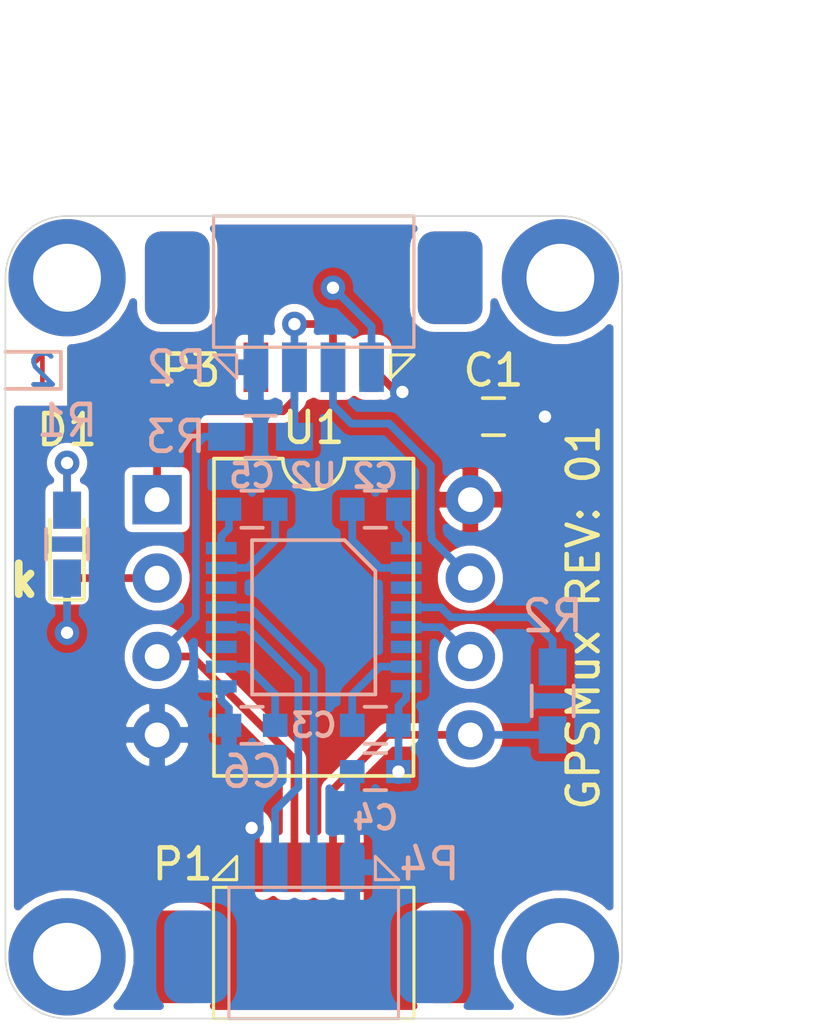
<source format=kicad_pcb>
(kicad_pcb (version 20171130) (host pcbnew "(5.1.9)-1")

  (general
    (thickness 1.6)
    (drawings 20)
    (tracks 95)
    (zones 0)
    (modules 20)
    (nets 20)
  )

  (page A4)
  (title_block
    (title GPSMux)
    (date 2021-05-12)
    (rev 01)
    (company "TuX's Design")
  )

  (layers
    (0 F.Cu signal)
    (31 B.Cu signal)
    (34 B.Paste user)
    (35 F.Paste user)
    (36 B.SilkS user)
    (37 F.SilkS user)
    (38 B.Mask user)
    (39 F.Mask user)
    (40 Dwgs.User user)
    (41 Cmts.User user)
    (44 Edge.Cuts user)
    (45 Margin user)
    (46 B.CrtYd user)
    (47 F.CrtYd user)
    (48 B.Fab user)
    (49 F.Fab user)
  )

  (setup
    (last_trace_width 0.25)
    (trace_clearance 0.2)
    (zone_clearance 0.254)
    (zone_45_only no)
    (trace_min 0.2)
    (via_size 0.8)
    (via_drill 0.4)
    (via_min_size 0.4)
    (via_min_drill 0.3)
    (uvia_size 0.3)
    (uvia_drill 0.1)
    (uvias_allowed no)
    (uvia_min_size 0.2)
    (uvia_min_drill 0.1)
    (edge_width 0.05)
    (segment_width 0.2)
    (pcb_text_width 0.3)
    (pcb_text_size 1.5 1.5)
    (mod_edge_width 0.12)
    (mod_text_size 1 1)
    (mod_text_width 0.15)
    (pad_size 1.2 0.9)
    (pad_drill 0)
    (pad_to_mask_clearance 0.051)
    (solder_mask_min_width 0.25)
    (aux_axis_origin 0 0)
    (visible_elements 7FFFFF7F)
    (pcbplotparams
      (layerselection 0x010fc_ffffffff)
      (usegerberextensions false)
      (usegerberattributes false)
      (usegerberadvancedattributes false)
      (creategerberjobfile false)
      (excludeedgelayer true)
      (linewidth 0.100000)
      (plotframeref false)
      (viasonmask false)
      (mode 1)
      (useauxorigin false)
      (hpglpennumber 1)
      (hpglpenspeed 20)
      (hpglpendiameter 15.000000)
      (psnegative false)
      (psa4output false)
      (plotreference true)
      (plotvalue true)
      (plotinvisibletext false)
      (padsonsilk false)
      (subtractmaskfromsilk false)
      (outputformat 1)
      (mirror false)
      (drillshape 0)
      (scaleselection 1)
      (outputdirectory "Production/"))
  )

  (net 0 "")
  (net 1 GND)
  (net 2 +3.3V)
  (net 3 "Net-(C2-Pad2)")
  (net 4 "Net-(C2-Pad1)")
  (net 5 "Net-(C3-Pad1)")
  (net 6 "Net-(C5-Pad1)")
  (net 7 "Net-(C5-Pad2)")
  (net 8 "Net-(C6-Pad2)")
  (net 9 "Net-(D1-Pad2)")
  (net 10 "Net-(D1-Pad1)")
  (net 11 I2C_SCL)
  (net 12 I2C_SDA)
  (net 13 RX1)
  (net 14 RX2)
  (net 15 TX)
  (net 16 TX_232)
  (net 17 RX_232)
  (net 18 RX)
  (net 19 TX_GPS)

  (net_class Default "This is the default net class."
    (clearance 0.2)
    (trace_width 0.25)
    (via_dia 0.8)
    (via_drill 0.4)
    (uvia_dia 0.3)
    (uvia_drill 0.1)
    (add_net +3.3V)
    (add_net GND)
    (add_net I2C_SCL)
    (add_net I2C_SDA)
    (add_net "Net-(C2-Pad1)")
    (add_net "Net-(C2-Pad2)")
    (add_net "Net-(C3-Pad1)")
    (add_net "Net-(C5-Pad1)")
    (add_net "Net-(C5-Pad2)")
    (add_net "Net-(C6-Pad2)")
    (add_net "Net-(D1-Pad1)")
    (add_net "Net-(D1-Pad2)")
    (add_net RX)
    (add_net RX1)
    (add_net RX2)
    (add_net RX_232)
    (add_net TX)
    (add_net TX_232)
    (add_net TX_GPS)
  )

  (module Resistors_SMD:R_0603_HandSoldering (layer B.Cu) (tedit 5F58AC5D) (tstamp 5F58B72F)
    (at 131.275 47.15 180)
    (descr "Resistor SMD 0603, hand soldering")
    (tags "resistor 0603")
    (path /5D4CF8E9)
    (attr smd)
    (fp_text reference R3 (at 2.75 0) (layer B.SilkS)
      (effects (font (size 1 1) (thickness 0.15)) (justify mirror))
    )
    (fp_text value 0R (at 0 -1.55) (layer B.Fab) hide
      (effects (font (size 1 1) (thickness 0.15)) (justify mirror))
    )
    (fp_line (start 1.95 -0.7) (end -1.96 -0.7) (layer B.CrtYd) (width 0.05))
    (fp_line (start 1.95 -0.7) (end 1.95 0.7) (layer B.CrtYd) (width 0.05))
    (fp_line (start -1.96 0.7) (end -1.96 -0.7) (layer B.CrtYd) (width 0.05))
    (fp_line (start -1.96 0.7) (end 1.95 0.7) (layer B.CrtYd) (width 0.05))
    (fp_line (start -0.5 0.68) (end 0.5 0.68) (layer B.SilkS) (width 0.12))
    (fp_line (start 0.5 -0.68) (end -0.5 -0.68) (layer B.SilkS) (width 0.12))
    (fp_line (start -0.8 0.4) (end 0.8 0.4) (layer B.Fab) (width 0.1))
    (fp_line (start 0.8 0.4) (end 0.8 -0.4) (layer B.Fab) (width 0.1))
    (fp_line (start 0.8 -0.4) (end -0.8 -0.4) (layer B.Fab) (width 0.1))
    (fp_line (start -0.8 -0.4) (end -0.8 0.4) (layer B.Fab) (width 0.1))
    (fp_text user %R (at 0 0) (layer B.Fab)
      (effects (font (size 0.4 0.4) (thickness 0.075)) (justify mirror))
    )
    (pad 1 smd rect (at -1.1 0 180) (size 1.2 0.9) (layers B.Cu B.Paste B.Mask)
      (net 19 TX_GPS))
    (pad 2 smd rect (at 1.1 0 180) (size 1.2 0.9) (layers B.Cu B.Paste B.Mask)
      (net 11 I2C_SCL))
    (model ${KISYS3DMOD}/Resistor_SMD.3dshapes/R_0603_1608Metric.step
      (at (xyz 0 0 0))
      (scale (xyz 1 1 1))
      (rotate (xyz 0 0 0))
    )
  )

  (module analog:QSOP16 (layer B.Cu) (tedit 5D4C2E08) (tstamp 5D3FFE54)
    (at 133 53 270)
    (path /5D3F12DF)
    (clearance 0.125)
    (attr smd)
    (fp_text reference U2 (at -4.5876 0.0183 180) (layer B.SilkS)
      (effects (font (size 0.75 0.75) (thickness 0.15)) (justify mirror))
    )
    (fp_text value "ADM3101EARQZ " (at 0 0 270) (layer B.Fab) hide
      (effects (font (size 1 1) (thickness 0.15)) (justify mirror))
    )
    (fp_line (start -2.62 -3.25) (end -2.62 3.25) (layer B.CrtYd) (width 0.05))
    (fp_line (start 2.62 -3.25) (end -2.62 -3.25) (layer B.CrtYd) (width 0.05))
    (fp_line (start 2.62 3.25) (end 2.62 -3.25) (layer B.CrtYd) (width 0.05))
    (fp_line (start -2.62 3.25) (end 2.62 3.25) (layer B.CrtYd) (width 0.05))
    (fp_line (start 2.5 -2) (end -1.5 -2) (layer B.SilkS) (width 0.12))
    (fp_line (start 2.5 2) (end 2.5 -2) (layer B.SilkS) (width 0.12))
    (fp_line (start -2.5 2) (end 2.5 2) (layer B.SilkS) (width 0.12))
    (fp_line (start -2.5 -1) (end -2.5 2) (layer B.SilkS) (width 0.12))
    (fp_line (start -1.5 -2) (end -2.5 -1) (layer B.SilkS) (width 0.12))
    (pad 16 smd rect (at -2.24 3 270) (size 0.4 1) (layers B.Cu B.Paste B.Mask)
      (net 6 "Net-(C5-Pad1)"))
    (pad 1 smd rect (at -2.24 -3 270) (size 0.4 1) (layers B.Cu B.Paste B.Mask)
      (net 4 "Net-(C2-Pad1)"))
    (pad 15 smd rect (at -1.6 3 270) (size 0.4 1) (layers B.Cu B.Paste B.Mask)
      (net 7 "Net-(C5-Pad2)"))
    (pad 2 smd rect (at -1.6 -3 270) (size 0.4 1) (layers B.Cu B.Paste B.Mask)
      (net 3 "Net-(C2-Pad2)"))
    (pad 14 smd rect (at -0.96 3 270) (size 0.4 1) (layers B.Cu B.Paste B.Mask))
    (pad 3 smd rect (at -0.96 -3 270) (size 0.4 1) (layers B.Cu B.Paste B.Mask))
    (pad 13 smd rect (at -0.32 3 270) (size 0.4 1) (layers B.Cu B.Paste B.Mask)
      (net 17 RX_232))
    (pad 4 smd rect (at -0.32 -3 270) (size 0.4 1) (layers B.Cu B.Paste B.Mask)
      (net 18 RX))
    (pad 12 smd rect (at 0.32 3 270) (size 0.4 1) (layers B.Cu B.Paste B.Mask)
      (net 16 TX_232))
    (pad 5 smd rect (at 0.32 -3 270) (size 0.4 1) (layers B.Cu B.Paste B.Mask)
      (net 15 TX))
    (pad 11 smd rect (at 0.96 3 270) (size 0.4 1) (layers B.Cu B.Paste B.Mask))
    (pad 6 smd rect (at 0.96 -3 270) (size 0.4 1) (layers B.Cu B.Paste B.Mask))
    (pad 10 smd rect (at 1.6 3 270) (size 0.4 1) (layers B.Cu B.Paste B.Mask)
      (net 8 "Net-(C6-Pad2)"))
    (pad 7 smd rect (at 1.6 -3 270) (size 0.4 1) (layers B.Cu B.Paste B.Mask)
      (net 5 "Net-(C3-Pad1)"))
    (pad 9 smd rect (at 2.24 3 270) (size 0.4 1) (layers B.Cu B.Paste B.Mask)
      (net 1 GND))
    (pad 8 smd rect (at 2.24 -3 270) (size 0.4 1) (layers B.Cu B.Paste B.Mask)
      (net 2 +3.3V))
    (model ${KIPRJMOD}/GPSMux.pretty/3D/RQ_16_ADI.step
      (at (xyz 0 0 0))
      (scale (xyz 1 1 1))
      (rotate (xyz 0 0 -90))
    )
  )

  (module Mounting_Holes:MountingHole_2.2mm_M2_DIN965_Pad (layer F.Cu) (tedit 56D1B4CB) (tstamp 5D401424)
    (at 125 42)
    (descr "Mounting Hole 2.2mm, M2, DIN965")
    (tags "mounting hole 2.2mm m2 din965")
    (attr virtual)
    (fp_text reference REF** (at 0 -2.9) (layer F.SilkS) hide
      (effects (font (size 1 1) (thickness 0.15)))
    )
    (fp_text value MountingHole_2.2mm_M2_DIN965_Pad (at 0 2.9) (layer F.Fab) hide
      (effects (font (size 1 1) (thickness 0.15)))
    )
    (fp_circle (center 0 0) (end 1.9 0) (layer Cmts.User) (width 0.15))
    (fp_circle (center 0 0) (end 2.15 0) (layer F.CrtYd) (width 0.05))
    (fp_text user %R (at 0.3 0) (layer F.Fab) hide
      (effects (font (size 1 1) (thickness 0.15)))
    )
    (pad 1 thru_hole circle (at 0 0) (size 3.8 3.8) (drill 2.2) (layers *.Cu *.Mask))
  )

  (module Mounting_Holes:MountingHole_2.2mm_M2_DIN965_Pad (layer F.Cu) (tedit 56D1B4CB) (tstamp 5D401416)
    (at 141 42)
    (descr "Mounting Hole 2.2mm, M2, DIN965")
    (tags "mounting hole 2.2mm m2 din965")
    (attr virtual)
    (fp_text reference REF** (at 0 -2.9) (layer F.SilkS) hide
      (effects (font (size 1 1) (thickness 0.15)))
    )
    (fp_text value MountingHole_2.2mm_M2_DIN965_Pad (at 0 2.9) (layer F.Fab) hide
      (effects (font (size 1 1) (thickness 0.15)))
    )
    (fp_circle (center 0 0) (end 2.15 0) (layer F.CrtYd) (width 0.05))
    (fp_circle (center 0 0) (end 1.9 0) (layer Cmts.User) (width 0.15))
    (fp_text user %R (at 0.3 0) (layer F.Fab) hide
      (effects (font (size 1 1) (thickness 0.15)))
    )
    (pad 1 thru_hole circle (at 0 0) (size 3.8 3.8) (drill 2.2) (layers *.Cu *.Mask))
  )

  (module Mounting_Holes:MountingHole_2.2mm_M2_DIN965_Pad (layer F.Cu) (tedit 56D1B4CB) (tstamp 5D401408)
    (at 141 64)
    (descr "Mounting Hole 2.2mm, M2, DIN965")
    (tags "mounting hole 2.2mm m2 din965")
    (attr virtual)
    (fp_text reference REF** (at 0 -2.9) (layer F.SilkS) hide
      (effects (font (size 1 1) (thickness 0.15)))
    )
    (fp_text value MountingHole_2.2mm_M2_DIN965_Pad (at 0 2.9) (layer F.Fab) hide
      (effects (font (size 1 1) (thickness 0.15)))
    )
    (fp_circle (center 0 0) (end 1.9 0) (layer Cmts.User) (width 0.15))
    (fp_circle (center 0 0) (end 2.15 0) (layer F.CrtYd) (width 0.05))
    (fp_text user %R (at 0.3 0) (layer F.Fab) hide
      (effects (font (size 1 1) (thickness 0.15)))
    )
    (pad 1 thru_hole circle (at 0 0) (size 3.8 3.8) (drill 2.2) (layers *.Cu *.Mask))
  )

  (module Mounting_Holes:MountingHole_2.2mm_M2_DIN965_Pad (layer F.Cu) (tedit 56D1B4CB) (tstamp 5D4013FE)
    (at 125 64)
    (descr "Mounting Hole 2.2mm, M2, DIN965")
    (tags "mounting hole 2.2mm m2 din965")
    (attr virtual)
    (fp_text reference REF** (at 0 -2.9) (layer F.SilkS) hide
      (effects (font (size 1 1) (thickness 0.15)))
    )
    (fp_text value MountingHole_2.2mm_M2_DIN965_Pad (at 0 2.9) (layer F.Fab) hide
      (effects (font (size 1 1) (thickness 0.15)))
    )
    (fp_circle (center 0 0) (end 2.15 0) (layer F.CrtYd) (width 0.05))
    (fp_circle (center 0 0) (end 1.9 0) (layer Cmts.User) (width 0.15))
    (fp_text user %R (at 0.3 0) (layer F.Fab) hide
      (effects (font (size 1 1) (thickness 0.15)))
    )
    (pad 1 thru_hole circle (at 0 0) (size 3.8 3.8) (drill 2.2) (layers *.Cu *.Mask))
  )

  (module Capacitors_SMD:C_0603 (layer F.Cu) (tedit 59958EE7) (tstamp 5D4028B6)
    (at 138.83 46.5)
    (descr "Capacitor SMD 0603, reflow soldering, AVX (see smccp.pdf)")
    (tags "capacitor 0603")
    (path /5D3F94B1)
    (attr smd)
    (fp_text reference C1 (at 0 -1.5) (layer F.SilkS)
      (effects (font (size 1 1) (thickness 0.15)))
    )
    (fp_text value 100nF (at 0 1.5) (layer F.Fab) hide
      (effects (font (size 1 1) (thickness 0.15)))
    )
    (fp_line (start -0.8 0.4) (end -0.8 -0.4) (layer F.Fab) (width 0.1))
    (fp_line (start 0.8 0.4) (end -0.8 0.4) (layer F.Fab) (width 0.1))
    (fp_line (start 0.8 -0.4) (end 0.8 0.4) (layer F.Fab) (width 0.1))
    (fp_line (start -0.8 -0.4) (end 0.8 -0.4) (layer F.Fab) (width 0.1))
    (fp_line (start -0.35 -0.6) (end 0.35 -0.6) (layer F.SilkS) (width 0.12))
    (fp_line (start 0.35 0.6) (end -0.35 0.6) (layer F.SilkS) (width 0.12))
    (fp_line (start -1.4 -0.65) (end 1.4 -0.65) (layer F.CrtYd) (width 0.05))
    (fp_line (start -1.4 -0.65) (end -1.4 0.65) (layer F.CrtYd) (width 0.05))
    (fp_line (start 1.4 0.65) (end 1.4 -0.65) (layer F.CrtYd) (width 0.05))
    (fp_line (start 1.4 0.65) (end -1.4 0.65) (layer F.CrtYd) (width 0.05))
    (fp_text user %R (at 0 0) (layer F.Fab)
      (effects (font (size 0.5 0.5) (thickness 0.125)))
    )
    (pad 2 smd rect (at 0.75 0) (size 0.8 0.75) (layers F.Cu F.Paste F.Mask)
      (net 1 GND))
    (pad 1 smd rect (at -0.75 0) (size 0.8 0.75) (layers F.Cu F.Paste F.Mask)
      (net 2 +3.3V))
    (model ${KISYS3DMOD}/Capacitor_SMD.3dshapes/C_0603_1608Metric.step
      (at (xyz 0 0 0))
      (scale (xyz 1 1 1))
      (rotate (xyz 0 0 0))
    )
  )

  (module Capacitors_SMD:C_0603 (layer B.Cu) (tedit 59958EE7) (tstamp 5D3FFECC)
    (at 135 49.5 180)
    (descr "Capacitor SMD 0603, reflow soldering, AVX (see smccp.pdf)")
    (tags "capacitor 0603")
    (path /5D406B66)
    (attr smd)
    (fp_text reference C2 (at 0.0117 1.0749) (layer B.SilkS)
      (effects (font (size 0.75 0.75) (thickness 0.15)) (justify mirror))
    )
    (fp_text value 100nF (at 0 -1.5 180) (layer B.Fab) hide
      (effects (font (size 1 1) (thickness 0.15)) (justify mirror))
    )
    (fp_line (start -0.8 -0.4) (end -0.8 0.4) (layer B.Fab) (width 0.1))
    (fp_line (start 0.8 -0.4) (end -0.8 -0.4) (layer B.Fab) (width 0.1))
    (fp_line (start 0.8 0.4) (end 0.8 -0.4) (layer B.Fab) (width 0.1))
    (fp_line (start -0.8 0.4) (end 0.8 0.4) (layer B.Fab) (width 0.1))
    (fp_line (start -0.35 0.6) (end 0.35 0.6) (layer B.SilkS) (width 0.12))
    (fp_line (start 0.35 -0.6) (end -0.35 -0.6) (layer B.SilkS) (width 0.12))
    (fp_line (start -1.4 0.65) (end 1.4 0.65) (layer B.CrtYd) (width 0.05))
    (fp_line (start -1.4 0.65) (end -1.4 -0.65) (layer B.CrtYd) (width 0.05))
    (fp_line (start 1.4 -0.65) (end 1.4 0.65) (layer B.CrtYd) (width 0.05))
    (fp_line (start 1.4 -0.65) (end -1.4 -0.65) (layer B.CrtYd) (width 0.05))
    (fp_text user %R (at 0 0 180) (layer B.Fab)
      (effects (font (size 0.5 0.5) (thickness 0.125)) (justify mirror))
    )
    (pad 2 smd rect (at 0.75 0 180) (size 0.8 0.75) (layers B.Cu B.Paste B.Mask)
      (net 3 "Net-(C2-Pad2)"))
    (pad 1 smd rect (at -0.75 0 180) (size 0.8 0.75) (layers B.Cu B.Paste B.Mask)
      (net 4 "Net-(C2-Pad1)"))
    (model ${KISYS3DMOD}/Capacitor_SMD.3dshapes/C_0603_1608Metric.step
      (at (xyz 0 0 0))
      (scale (xyz 1 1 1))
      (rotate (xyz 0 0 0))
    )
  )

  (module Capacitors_SMD:C_0603 (layer B.Cu) (tedit 59958EE7) (tstamp 5D3FFFF8)
    (at 135 56.5)
    (descr "Capacitor SMD 0603, reflow soldering, AVX (see smccp.pdf)")
    (tags "capacitor 0603")
    (path /5D40BC3D)
    (attr smd)
    (fp_text reference C3 (at -2 0) (layer B.SilkS)
      (effects (font (size 0.75 0.75) (thickness 0.15)) (justify mirror))
    )
    (fp_text value 100nF (at 0 -1.5) (layer B.Fab) hide
      (effects (font (size 1 1) (thickness 0.15)) (justify mirror))
    )
    (fp_line (start -0.8 -0.4) (end -0.8 0.4) (layer B.Fab) (width 0.1))
    (fp_line (start 0.8 -0.4) (end -0.8 -0.4) (layer B.Fab) (width 0.1))
    (fp_line (start 0.8 0.4) (end 0.8 -0.4) (layer B.Fab) (width 0.1))
    (fp_line (start -0.8 0.4) (end 0.8 0.4) (layer B.Fab) (width 0.1))
    (fp_line (start -0.35 0.6) (end 0.35 0.6) (layer B.SilkS) (width 0.12))
    (fp_line (start 0.35 -0.6) (end -0.35 -0.6) (layer B.SilkS) (width 0.12))
    (fp_line (start -1.4 0.65) (end 1.4 0.65) (layer B.CrtYd) (width 0.05))
    (fp_line (start -1.4 0.65) (end -1.4 -0.65) (layer B.CrtYd) (width 0.05))
    (fp_line (start 1.4 -0.65) (end 1.4 0.65) (layer B.CrtYd) (width 0.05))
    (fp_line (start 1.4 -0.65) (end -1.4 -0.65) (layer B.CrtYd) (width 0.05))
    (fp_text user %R (at 0 0) (layer B.Fab)
      (effects (font (size 0.5 0.5) (thickness 0.125)) (justify mirror))
    )
    (pad 2 smd rect (at 0.75 0) (size 0.8 0.75) (layers B.Cu B.Paste B.Mask)
      (net 2 +3.3V))
    (pad 1 smd rect (at -0.75 0) (size 0.8 0.75) (layers B.Cu B.Paste B.Mask)
      (net 5 "Net-(C3-Pad1)"))
    (model ${KISYS3DMOD}/Capacitor_SMD.3dshapes/C_0603_1608Metric.step
      (at (xyz 0 0 0))
      (scale (xyz 1 1 1))
      (rotate (xyz 0 0 0))
    )
  )

  (module Capacitors_SMD:C_0603 (layer B.Cu) (tedit 59958EE7) (tstamp 5D4005BE)
    (at 135 58 180)
    (descr "Capacitor SMD 0603, reflow soldering, AVX (see smccp.pdf)")
    (tags "capacitor 0603")
    (path /5D405A05)
    (attr smd)
    (fp_text reference C4 (at 0 -1.5 180) (layer B.SilkS)
      (effects (font (size 0.75 0.75) (thickness 0.15)) (justify mirror))
    )
    (fp_text value 100nF (at 0 -1.5 180) (layer B.Fab) hide
      (effects (font (size 1 1) (thickness 0.15)) (justify mirror))
    )
    (fp_line (start -0.8 -0.4) (end -0.8 0.4) (layer B.Fab) (width 0.1))
    (fp_line (start 0.8 -0.4) (end -0.8 -0.4) (layer B.Fab) (width 0.1))
    (fp_line (start 0.8 0.4) (end 0.8 -0.4) (layer B.Fab) (width 0.1))
    (fp_line (start -0.8 0.4) (end 0.8 0.4) (layer B.Fab) (width 0.1))
    (fp_line (start -0.35 0.6) (end 0.35 0.6) (layer B.SilkS) (width 0.12))
    (fp_line (start 0.35 -0.6) (end -0.35 -0.6) (layer B.SilkS) (width 0.12))
    (fp_line (start -1.4 0.65) (end 1.4 0.65) (layer B.CrtYd) (width 0.05))
    (fp_line (start -1.4 0.65) (end -1.4 -0.65) (layer B.CrtYd) (width 0.05))
    (fp_line (start 1.4 -0.65) (end 1.4 0.65) (layer B.CrtYd) (width 0.05))
    (fp_line (start 1.4 -0.65) (end -1.4 -0.65) (layer B.CrtYd) (width 0.05))
    (fp_text user %R (at 0 0 180) (layer B.Fab)
      (effects (font (size 0.5 0.5) (thickness 0.125)) (justify mirror))
    )
    (pad 2 smd rect (at 0.75 0 180) (size 0.8 0.75) (layers B.Cu B.Paste B.Mask)
      (net 1 GND))
    (pad 1 smd rect (at -0.75 0 180) (size 0.8 0.75) (layers B.Cu B.Paste B.Mask)
      (net 2 +3.3V))
    (model ${KISYS3DMOD}/Capacitor_SMD.3dshapes/C_0603_1608Metric.step
      (at (xyz 0 0 0))
      (scale (xyz 1 1 1))
      (rotate (xyz 0 0 0))
    )
  )

  (module Capacitors_SMD:C_0603 (layer B.Cu) (tedit 59958EE7) (tstamp 5D3FFF2C)
    (at 131 49.5)
    (descr "Capacitor SMD 0603, reflow soldering, AVX (see smccp.pdf)")
    (tags "capacitor 0603")
    (path /5D4089D9)
    (attr smd)
    (fp_text reference C5 (at 0 -1.0876) (layer B.SilkS)
      (effects (font (size 0.75 0.75) (thickness 0.15)) (justify mirror))
    )
    (fp_text value 100nF (at 0 0) (layer B.Fab) hide
      (effects (font (size 1 1) (thickness 0.15)) (justify mirror))
    )
    (fp_line (start -0.8 -0.4) (end -0.8 0.4) (layer B.Fab) (width 0.1))
    (fp_line (start 0.8 -0.4) (end -0.8 -0.4) (layer B.Fab) (width 0.1))
    (fp_line (start 0.8 0.4) (end 0.8 -0.4) (layer B.Fab) (width 0.1))
    (fp_line (start -0.8 0.4) (end 0.8 0.4) (layer B.Fab) (width 0.1))
    (fp_line (start -0.35 0.6) (end 0.35 0.6) (layer B.SilkS) (width 0.12))
    (fp_line (start 0.35 -0.6) (end -0.35 -0.6) (layer B.SilkS) (width 0.12))
    (fp_line (start -1.4 0.65) (end 1.4 0.65) (layer B.CrtYd) (width 0.05))
    (fp_line (start -1.4 0.65) (end -1.4 -0.65) (layer B.CrtYd) (width 0.05))
    (fp_line (start 1.4 -0.65) (end 1.4 0.65) (layer B.CrtYd) (width 0.05))
    (fp_line (start 1.4 -0.65) (end -1.4 -0.65) (layer B.CrtYd) (width 0.05))
    (fp_text user %R (at 0 0) (layer B.Fab)
      (effects (font (size 0.5 0.5) (thickness 0.125)) (justify mirror))
    )
    (pad 2 smd rect (at 0.75 0) (size 0.8 0.75) (layers B.Cu B.Paste B.Mask)
      (net 7 "Net-(C5-Pad2)"))
    (pad 1 smd rect (at -0.75 0) (size 0.8 0.75) (layers B.Cu B.Paste B.Mask)
      (net 6 "Net-(C5-Pad1)"))
    (model ${KISYS3DMOD}/Capacitor_SMD.3dshapes/C_0603_1608Metric.step
      (at (xyz 0 0 0))
      (scale (xyz 1 1 1))
      (rotate (xyz 0 0 0))
    )
  )

  (module Capacitors_SMD:C_0603 (layer B.Cu) (tedit 59958EE7) (tstamp 5D3FFF5C)
    (at 131 56.5)
    (descr "Capacitor SMD 0603, reflow soldering, AVX (see smccp.pdf)")
    (tags "capacitor 0603")
    (path /5D40D7DE)
    (attr smd)
    (fp_text reference C6 (at 0 1.5) (layer B.SilkS)
      (effects (font (size 1 1) (thickness 0.15)) (justify mirror))
    )
    (fp_text value 100nF (at 0 -1.5) (layer B.Fab) hide
      (effects (font (size 1 1) (thickness 0.15)) (justify mirror))
    )
    (fp_line (start -0.8 -0.4) (end -0.8 0.4) (layer B.Fab) (width 0.1))
    (fp_line (start 0.8 -0.4) (end -0.8 -0.4) (layer B.Fab) (width 0.1))
    (fp_line (start 0.8 0.4) (end 0.8 -0.4) (layer B.Fab) (width 0.1))
    (fp_line (start -0.8 0.4) (end 0.8 0.4) (layer B.Fab) (width 0.1))
    (fp_line (start -0.35 0.6) (end 0.35 0.6) (layer B.SilkS) (width 0.12))
    (fp_line (start 0.35 -0.6) (end -0.35 -0.6) (layer B.SilkS) (width 0.12))
    (fp_line (start -1.4 0.65) (end 1.4 0.65) (layer B.CrtYd) (width 0.05))
    (fp_line (start -1.4 0.65) (end -1.4 -0.65) (layer B.CrtYd) (width 0.05))
    (fp_line (start 1.4 -0.65) (end 1.4 0.65) (layer B.CrtYd) (width 0.05))
    (fp_line (start 1.4 -0.65) (end -1.4 -0.65) (layer B.CrtYd) (width 0.05))
    (fp_text user %R (at 0 0) (layer B.Fab)
      (effects (font (size 0.5 0.5) (thickness 0.125)) (justify mirror))
    )
    (pad 2 smd rect (at 0.75 0) (size 0.8 0.75) (layers B.Cu B.Paste B.Mask)
      (net 8 "Net-(C6-Pad2)"))
    (pad 1 smd rect (at -0.75 0) (size 0.8 0.75) (layers B.Cu B.Paste B.Mask)
      (net 1 GND))
    (model ${KISYS3DMOD}/Capacitor_SMD.3dshapes/C_0603_1608Metric.step
      (at (xyz 0 0 0))
      (scale (xyz 1 1 1))
      (rotate (xyz 0 0 0))
    )
  )

  (module Housings_DIP:DIP-8_W10.16mm (layer F.Cu) (tedit 5D4002EB) (tstamp 5D4002FA)
    (at 133 53)
    (descr "8-lead though-hole mounted DIP package, row spacing 10.16 mm (400 mils)")
    (tags "THT DIP DIL PDIP 2.54mm 10.16mm 400mil")
    (path /5D3F0CFD)
    (fp_text reference U1 (at 0 -6.14) (layer F.SilkS)
      (effects (font (size 1 1) (thickness 0.15)))
    )
    (fp_text value CY8C27143-24PXI (at 0 0 90) (layer F.Fab) hide
      (effects (font (size 1 1) (thickness 0.15)))
    )
    (fp_line (start -2.175 -5.08) (end 3.175 -5.08) (layer F.Fab) (width 0.1))
    (fp_line (start 3.175 -5.08) (end 3.175 5.08) (layer F.Fab) (width 0.1))
    (fp_line (start 3.175 5.08) (end -3.175 5.08) (layer F.Fab) (width 0.1))
    (fp_line (start -3.175 5.08) (end -3.175 -4.08) (layer F.Fab) (width 0.1))
    (fp_line (start -3.175 -4.08) (end -2.175 -5.08) (layer F.Fab) (width 0.1))
    (fp_line (start -1 -5.14) (end -3.235 -5.14) (layer F.SilkS) (width 0.12))
    (fp_line (start -3.235 -5.14) (end -3.235 5.14) (layer F.SilkS) (width 0.12))
    (fp_line (start -3.235 5.14) (end 3.235 5.14) (layer F.SilkS) (width 0.12))
    (fp_line (start 3.235 5.14) (end 3.235 -5.14) (layer F.SilkS) (width 0.12))
    (fp_line (start 3.235 -5.14) (end 1 -5.14) (layer F.SilkS) (width 0.12))
    (fp_line (start -6.13 -5.36) (end -6.13 5.34) (layer F.CrtYd) (width 0.05))
    (fp_line (start -6.13 5.34) (end 6.17 5.34) (layer F.CrtYd) (width 0.05))
    (fp_line (start 6.17 5.34) (end 6.17 -5.36) (layer F.CrtYd) (width 0.05))
    (fp_line (start 6.17 -5.36) (end -6.13 -5.36) (layer F.CrtYd) (width 0.05))
    (fp_text user %R (at 0 0) (layer F.Fab)
      (effects (font (size 1 1) (thickness 0.15)))
    )
    (fp_arc (start 0 -5.14) (end -1 -5.14) (angle -180) (layer F.SilkS) (width 0.12))
    (pad 8 thru_hole oval (at 5.08 -3.81) (size 1.6 1.6) (drill 0.8) (layers *.Cu *.Mask)
      (net 2 +3.3V))
    (pad 4 thru_hole oval (at -5.08 3.81) (size 1.6 1.6) (drill 0.8) (layers *.Cu *.Mask)
      (net 1 GND))
    (pad 7 thru_hole oval (at 5.08 -1.27) (size 1.6 1.6) (drill 0.8) (layers *.Cu *.Mask)
      (net 13 RX1))
    (pad 3 thru_hole oval (at -5.08 1.27) (size 1.6 1.6) (drill 0.8) (layers *.Cu *.Mask)
      (net 11 I2C_SCL))
    (pad 6 thru_hole oval (at 5.08 1.27) (size 1.6 1.6) (drill 0.8) (layers *.Cu *.Mask)
      (net 15 TX))
    (pad 2 thru_hole oval (at -5.08 -1.27) (size 1.6 1.6) (drill 0.8) (layers *.Cu *.Mask)
      (net 10 "Net-(D1-Pad1)"))
    (pad 5 thru_hole oval (at 5.08 3.81) (size 1.6 1.6) (drill 0.8) (layers *.Cu *.Mask)
      (net 12 I2C_SDA))
    (pad 1 thru_hole rect (at -5.08 -3.81) (size 1.6 1.6) (drill 0.8) (layers *.Cu *.Mask)
      (net 14 RX2))
    (model ${KISYS3DMOD}/Package_DIP.3dshapes/DIP-8_W10.16mm.step
      (offset (xyz -5.08 3.762 0))
      (scale (xyz 1 1 1))
      (rotate (xyz 0 0 0))
    )
  )

  (module LEDs:LED_0603_HandSoldering (layer F.Cu) (tedit 5D8E266D) (tstamp 5D3FFF90)
    (at 125 50.63 90)
    (descr "LED SMD 0603, hand soldering")
    (tags "LED 0603")
    (path /5D3FCC49)
    (attr smd)
    (fp_text reference D1 (at 3.7 0) (layer F.SilkS)
      (effects (font (size 1 1) (thickness 0.15)))
    )
    (fp_text value " LY Q396 " (at 0 1.55 270) (layer F.Fab) hide
      (effects (font (size 1 1) (thickness 0.15)))
    )
    (fp_line (start -1.8 -0.55) (end -1.8 0.55) (layer F.SilkS) (width 0.12))
    (fp_line (start -0.2 -0.2) (end -0.2 0.2) (layer F.Fab) (width 0.1))
    (fp_line (start -0.15 0) (end 0.15 -0.2) (layer F.Fab) (width 0.1))
    (fp_line (start 0.15 0.2) (end -0.15 0) (layer F.Fab) (width 0.1))
    (fp_line (start 0.15 -0.2) (end 0.15 0.2) (layer F.Fab) (width 0.1))
    (fp_line (start 0.8 0.4) (end -0.8 0.4) (layer F.Fab) (width 0.1))
    (fp_line (start 0.8 -0.4) (end 0.8 0.4) (layer F.Fab) (width 0.1))
    (fp_line (start -0.8 -0.4) (end 0.8 -0.4) (layer F.Fab) (width 0.1))
    (fp_line (start -1.8 0.55) (end 0.8 0.55) (layer F.SilkS) (width 0.12))
    (fp_line (start -1.8 -0.55) (end 0.8 -0.55) (layer F.SilkS) (width 0.12))
    (fp_line (start -1.96 -0.7) (end 1.95 -0.7) (layer F.CrtYd) (width 0.05))
    (fp_line (start -1.96 -0.7) (end -1.96 0.7) (layer F.CrtYd) (width 0.05))
    (fp_line (start 1.95 0.7) (end 1.95 -0.7) (layer F.CrtYd) (width 0.05))
    (fp_line (start 1.95 0.7) (end -1.96 0.7) (layer F.CrtYd) (width 0.05))
    (fp_line (start -0.8 -0.4) (end -0.8 0.4) (layer F.Fab) (width 0.1))
    (pad 2 smd rect (at 1.1 0 90) (size 1.2 0.9) (layers F.Cu F.Paste F.Mask)
      (net 9 "Net-(D1-Pad2)"))
    (pad 1 smd rect (at -1.1 0 90) (size 1.2 0.9) (layers F.Cu F.Paste F.Mask)
      (net 10 "Net-(D1-Pad1)"))
    (model ${KISYS3DMOD}/LED_SMD.3dshapes/LED_0603_1608Metric.step
      (at (xyz 0 0 0))
      (scale (xyz 1 1 1))
      (rotate (xyz 0 0 0))
    )
  )

  (module molex:53261-0471 (layer F.Cu) (tedit 5C82816F) (tstamp 5D3F248A)
    (at 133 64 180)
    (path /5D3F24B5)
    (clearance 0.2)
    (fp_text reference P1 (at 4.25 3 180) (layer F.SilkS)
      (effects (font (size 1 1) (thickness 0.15)))
    )
    (fp_text value ICSP (at -0.5 0 180) (layer F.Fab)
      (effects (font (size 1 1) (thickness 0.15)))
    )
    (fp_line (start 3.25 2.25) (end -3.25 2.25) (layer F.SilkS) (width 0.1))
    (fp_line (start -3.25 2.25) (end -3.25 -2) (layer F.SilkS) (width 0.1))
    (fp_line (start -3.25 -2) (end 3.25 -2) (layer F.SilkS) (width 0.1))
    (fp_line (start 3.25 -2) (end 3.25 2.25) (layer F.SilkS) (width 0.1))
    (fp_line (start 2.5 2.5) (end 2.5 3.25) (layer F.SilkS) (width 0.1))
    (fp_line (start 2.5 2.5) (end 3.25 2.5) (layer F.SilkS) (width 0.1))
    (fp_line (start 2.5 3.25) (end 3.25 2.5) (layer F.SilkS) (width 0.1))
    (pad 1 connect roundrect (at 1.875 2.9 180) (size 0.8 1.6) (layers F.Cu F.Mask) (roundrect_rratio 0.25)
      (net 1 GND))
    (pad 2 connect rect (at 0.625 2.9 180) (size 0.8 1.6) (layers F.Cu F.Mask)
      (net 11 I2C_SCL))
    (pad 4 connect rect (at -1.875 2.9 180) (size 0.8 1.6) (layers F.Cu F.Mask)
      (net 2 +3.3V))
    (pad 3 connect rect (at -0.625 2.9 180) (size 0.8 1.6) (layers F.Cu F.Mask)
      (net 12 I2C_SDA))
    (pad "" connect roundrect (at 4.425 0 180) (size 2.1 3) (layers F.Cu F.Mask) (roundrect_rratio 0.25))
    (pad "" connect roundrect (at -4.425 0 180) (size 2.1 3) (layers F.Cu F.Mask) (roundrect_rratio 0.25))
    (model ${KIPRJMOD}/GPSMux.pretty/3D/532610471.wrl
      (offset (xyz 0 1 2))
      (scale (xyz 1 1 1))
      (rotate (xyz 0 0 0))
    )
  )

  (module Resistors_SMD:R_0603_HandSoldering (layer B.Cu) (tedit 5D3FFF3B) (tstamp 5F58B51D)
    (at 125 50.63 270)
    (descr "Resistor SMD 0603, hand soldering")
    (tags "resistor 0603")
    (path /5D3FC5FC)
    (attr smd)
    (fp_text reference R1 (at -4 0) (layer B.SilkS)
      (effects (font (size 1 1) (thickness 0.15)) (justify mirror))
    )
    (fp_text value 120R (at 0 -1.55 270) (layer B.Fab) hide
      (effects (font (size 1 1) (thickness 0.15)) (justify mirror))
    )
    (fp_line (start -0.8 -0.4) (end -0.8 0.4) (layer B.Fab) (width 0.1))
    (fp_line (start 0.8 -0.4) (end -0.8 -0.4) (layer B.Fab) (width 0.1))
    (fp_line (start 0.8 0.4) (end 0.8 -0.4) (layer B.Fab) (width 0.1))
    (fp_line (start -0.8 0.4) (end 0.8 0.4) (layer B.Fab) (width 0.1))
    (fp_line (start 0.5 -0.68) (end -0.5 -0.68) (layer B.SilkS) (width 0.12))
    (fp_line (start -0.5 0.68) (end 0.5 0.68) (layer B.SilkS) (width 0.12))
    (fp_line (start -1.96 0.7) (end 1.95 0.7) (layer B.CrtYd) (width 0.05))
    (fp_line (start -1.96 0.7) (end -1.96 -0.7) (layer B.CrtYd) (width 0.05))
    (fp_line (start 1.95 -0.7) (end 1.95 0.7) (layer B.CrtYd) (width 0.05))
    (fp_line (start 1.95 -0.7) (end -1.96 -0.7) (layer B.CrtYd) (width 0.05))
    (fp_text user %R (at 0 0) (layer B.Fab)
      (effects (font (size 0.4 0.4) (thickness 0.075)) (justify mirror))
    )
    (pad 2 smd rect (at 1.1 0 270) (size 1.2 0.9) (layers B.Cu B.Paste B.Mask)
      (net 2 +3.3V))
    (pad 1 smd rect (at -1.1 0 270) (size 1.2 0.9) (layers B.Cu B.Paste B.Mask)
      (net 9 "Net-(D1-Pad2)"))
    (model ${KISYS3DMOD}/Resistor_SMD.3dshapes/R_0603_1608Metric.step
      (at (xyz 0 0 0))
      (scale (xyz 1 1 1))
      (rotate (xyz 0 0 0))
    )
  )

  (module molex:53261-0371 (layer B.Cu) (tedit 5C8155AE) (tstamp 5D4C2B12)
    (at 133 64)
    (path /5D4C8429)
    (clearance 0.2)
    (fp_text reference P4 (at 3.75 -3) (layer B.SilkS)
      (effects (font (size 1 1) (thickness 0.15)) (justify mirror))
    )
    (fp_text value LLU (at 0 0) (layer B.Fab)
      (effects (font (size 1 1) (thickness 0.15)) (justify mirror))
    )
    (fp_line (start -2.75 2) (end -2.75 -2.25) (layer B.SilkS) (width 0.1))
    (fp_line (start -2.75 -2.25) (end 2.75 -2.25) (layer B.SilkS) (width 0.1))
    (fp_line (start 2.75 -2.25) (end 2.75 2) (layer B.SilkS) (width 0.1))
    (fp_line (start 2.75 2) (end -2.75 2) (layer B.SilkS) (width 0.1))
    (fp_line (start 2 -2.5) (end 2 -3.25) (layer B.SilkS) (width 0.1))
    (fp_line (start 2 -3.25) (end 2.75 -2.5) (layer B.SilkS) (width 0.1))
    (fp_line (start 2.75 -2.5) (end 2 -2.5) (layer B.SilkS) (width 0.1))
    (pad "" connect roundrect (at -3.8 0) (size 2.1 3) (layers B.Cu B.Mask) (roundrect_rratio 0.25))
    (pad "" connect roundrect (at 3.8 0) (size 2.1 3) (layers B.Cu B.Mask) (roundrect_rratio 0.25))
    (pad 3 smd rect (at -1.25 -2.9) (size 0.8 1.6) (layers B.Cu B.Paste B.Mask)
      (net 16 TX_232))
    (pad 2 smd rect (at 0 -2.9) (size 0.8 1.6) (layers B.Cu B.Paste B.Mask)
      (net 17 RX_232))
    (pad 1 smd roundrect (at 1.25 -2.9) (size 0.8 1.6) (layers B.Cu B.Paste B.Mask) (roundrect_rratio 0.25)
      (net 1 GND))
    (model ${KIPRJMOD}/GPSMux.pretty/3D/532610371.wrl
      (offset (xyz 0 1 2))
      (scale (xyz 1 1 1))
      (rotate (xyz 0 0 0))
    )
  )

  (module Resistors_SMD:R_0603_HandSoldering (layer B.Cu) (tedit 58E0A804) (tstamp 5D4C2E31)
    (at 140.75 55.71 90)
    (descr "Resistor SMD 0603, hand soldering")
    (tags "resistor 0603")
    (path /5D4CF8E9)
    (attr smd)
    (fp_text reference R2 (at 2.75 0 180) (layer B.SilkS)
      (effects (font (size 1 1) (thickness 0.15)) (justify mirror))
    )
    (fp_text value 0R (at 0 -1.55 90) (layer B.Fab) hide
      (effects (font (size 1 1) (thickness 0.15)) (justify mirror))
    )
    (fp_line (start -0.8 -0.4) (end -0.8 0.4) (layer B.Fab) (width 0.1))
    (fp_line (start 0.8 -0.4) (end -0.8 -0.4) (layer B.Fab) (width 0.1))
    (fp_line (start 0.8 0.4) (end 0.8 -0.4) (layer B.Fab) (width 0.1))
    (fp_line (start -0.8 0.4) (end 0.8 0.4) (layer B.Fab) (width 0.1))
    (fp_line (start 0.5 -0.68) (end -0.5 -0.68) (layer B.SilkS) (width 0.12))
    (fp_line (start -0.5 0.68) (end 0.5 0.68) (layer B.SilkS) (width 0.12))
    (fp_line (start -1.96 0.7) (end 1.95 0.7) (layer B.CrtYd) (width 0.05))
    (fp_line (start -1.96 0.7) (end -1.96 -0.7) (layer B.CrtYd) (width 0.05))
    (fp_line (start 1.95 -0.7) (end 1.95 0.7) (layer B.CrtYd) (width 0.05))
    (fp_line (start 1.95 -0.7) (end -1.96 -0.7) (layer B.CrtYd) (width 0.05))
    (fp_text user %R (at 0 0 90) (layer B.Fab)
      (effects (font (size 0.4 0.4) (thickness 0.075)) (justify mirror))
    )
    (pad 2 smd rect (at 1.1 0 90) (size 1.2 0.9) (layers B.Cu B.Paste B.Mask)
      (net 18 RX))
    (pad 1 smd rect (at -1.1 0 90) (size 1.2 0.9) (layers B.Cu B.Paste B.Mask)
      (net 12 I2C_SDA))
    (model ${KISYS3DMOD}/Resistor_SMD.3dshapes/R_0603_1608Metric.step
      (at (xyz 0 0 0))
      (scale (xyz 1 1 1))
      (rotate (xyz 0 0 0))
    )
  )

  (module molex:53261-0471 (layer B.Cu) (tedit 5C82816F) (tstamp 5F58AA9B)
    (at 133 42 180)
    (path /5F58A249)
    (clearance 0.2)
    (fp_text reference P2 (at 4.45 -2.9) (layer B.SilkS)
      (effects (font (size 1 1) (thickness 0.15)) (justify mirror))
    )
    (fp_text value GPS1 (at 0 0) (layer B.Fab)
      (effects (font (size 1 1) (thickness 0.15)) (justify mirror))
    )
    (fp_line (start 2.5 -3.25) (end 3.25 -2.5) (layer B.SilkS) (width 0.1))
    (fp_line (start 2.5 -2.5) (end 3.25 -2.5) (layer B.SilkS) (width 0.1))
    (fp_line (start 2.5 -2.5) (end 2.5 -3.25) (layer B.SilkS) (width 0.1))
    (fp_line (start 3.25 2) (end 3.25 -2.25) (layer B.SilkS) (width 0.1))
    (fp_line (start -3.25 2) (end 3.25 2) (layer B.SilkS) (width 0.1))
    (fp_line (start -3.25 -2.25) (end -3.25 2) (layer B.SilkS) (width 0.1))
    (fp_line (start 3.25 -2.25) (end -3.25 -2.25) (layer B.SilkS) (width 0.1))
    (pad "" connect roundrect (at -4.425 0 180) (size 2.1 3) (layers B.Cu B.Mask) (roundrect_rratio 0.25))
    (pad "" connect roundrect (at 4.425 0 180) (size 2.1 3) (layers B.Cu B.Mask) (roundrect_rratio 0.25))
    (pad 3 connect rect (at -0.625 -2.9 180) (size 0.8 1.6) (layers B.Cu B.Mask)
      (net 13 RX1))
    (pad 4 connect rect (at -1.875 -2.9 180) (size 0.8 1.6) (layers B.Cu B.Mask)
      (net 2 +3.3V))
    (pad 2 connect rect (at 0.625 -2.9 180) (size 0.8 1.6) (layers B.Cu B.Mask)
      (net 19 TX_GPS))
    (pad 1 connect roundrect (at 1.875 -2.9 180) (size 0.8 1.6) (layers B.Cu B.Mask) (roundrect_rratio 0.25)
      (net 1 GND))
    (model ${KIPRJMOD}/GPSMux.pretty/3D/532610471.wrl
      (offset (xyz 0 1 2))
      (scale (xyz 1 1 1))
      (rotate (xyz 0 0 0))
    )
  )

  (module molex:53261-0471 (layer F.Cu) (tedit 5C82816F) (tstamp 5F58A761)
    (at 133 42)
    (path /5F58AC43)
    (clearance 0.2)
    (fp_text reference P3 (at -4 3) (layer F.SilkS)
      (effects (font (size 1 1) (thickness 0.15)))
    )
    (fp_text value GPS2 (at 0 0) (layer F.Fab)
      (effects (font (size 1 1) (thickness 0.15)))
    )
    (fp_line (start 3.25 2.25) (end -3.25 2.25) (layer F.SilkS) (width 0.1))
    (fp_line (start -3.25 2.25) (end -3.25 -2) (layer F.SilkS) (width 0.1))
    (fp_line (start -3.25 -2) (end 3.25 -2) (layer F.SilkS) (width 0.1))
    (fp_line (start 3.25 -2) (end 3.25 2.25) (layer F.SilkS) (width 0.1))
    (fp_line (start 2.5 2.5) (end 2.5 3.25) (layer F.SilkS) (width 0.1))
    (fp_line (start 2.5 2.5) (end 3.25 2.5) (layer F.SilkS) (width 0.1))
    (fp_line (start 2.5 3.25) (end 3.25 2.5) (layer F.SilkS) (width 0.1))
    (pad 1 connect roundrect (at 1.875 2.9) (size 0.8 1.6) (layers F.Cu F.Mask) (roundrect_rratio 0.25)
      (net 1 GND))
    (pad 2 connect rect (at 0.625 2.9) (size 0.8 1.6) (layers F.Cu F.Mask)
      (net 19 TX_GPS))
    (pad 4 connect rect (at -1.875 2.9) (size 0.8 1.6) (layers F.Cu F.Mask)
      (net 2 +3.3V))
    (pad 3 connect rect (at -0.625 2.9) (size 0.8 1.6) (layers F.Cu F.Mask)
      (net 14 RX2))
    (pad "" connect roundrect (at 4.425 0) (size 2.1 3) (layers F.Cu F.Mask) (roundrect_rratio 0.25))
    (pad "" connect roundrect (at -4.425 0) (size 2.1 3) (layers F.Cu F.Mask) (roundrect_rratio 0.25))
    (model ${KIPRJMOD}/GPSMux.pretty/3D/532610471.wrl
      (offset (xyz 0 1 2))
      (scale (xyz 1 1 1))
      (rotate (xyz 0 0 0))
    )
  )

  (gr_text k (at 123.6 51.8) (layer F.SilkS)
    (effects (font (size 1 1) (thickness 0.25)))
  )
  (gr_text "GPSMux REV: 01" (at 141.75 53 90) (layer F.SilkS)
    (effects (font (size 1 1) (thickness 0.15)))
  )
  (gr_line (start 124.8 44.4) (end 123 44.4) (layer B.SilkS) (width 0.12) (tstamp 5D8E0C85))
  (gr_line (start 124.8 45.6) (end 124.8 44.4) (layer B.SilkS) (width 0.12) (tstamp 5D8E0C84))
  (gr_line (start 123 45.6) (end 124.8 45.6) (layer B.SilkS) (width 0.12) (tstamp 5D8E0C83))
  (gr_line (start 124.8 44.4) (end 123 44.4) (layer F.SilkS) (width 0.12))
  (gr_line (start 124.8 45.6) (end 124.8 44.4) (layer F.SilkS) (width 0.12))
  (gr_line (start 123 45.6) (end 124.8 45.6) (layer F.SilkS) (width 0.12))
  (gr_text 2 (at 124.2 45) (layer B.Cu)
    (effects (font (size 1 1) (thickness 0.15)) (justify mirror))
  )
  (gr_text 1 (at 124.2 45) (layer F.Cu)
    (effects (font (size 1 1) (thickness 0.15)))
  )
  (gr_arc (start 141 64) (end 141 66) (angle -90) (layer Edge.Cuts) (width 0.05))
  (gr_arc (start 125 64) (end 123 64) (angle -90) (layer Edge.Cuts) (width 0.05))
  (gr_arc (start 125 42) (end 125 40) (angle -90) (layer Edge.Cuts) (width 0.05))
  (gr_arc (start 141 42) (end 143 42) (angle -90) (layer Edge.Cuts) (width 0.05))
  (dimension 26 (width 0.15) (layer Cmts.User)
    (gr_text "26.000 mm" (at 148.3 53 270) (layer Cmts.User)
      (effects (font (size 1 1) (thickness 0.15)))
    )
    (feature1 (pts (xy 143 66) (xy 147.586421 66)))
    (feature2 (pts (xy 143 40) (xy 147.586421 40)))
    (crossbar (pts (xy 147 40) (xy 147 66)))
    (arrow1a (pts (xy 147 66) (xy 146.413579 64.873496)))
    (arrow1b (pts (xy 147 66) (xy 147.586421 64.873496)))
    (arrow2a (pts (xy 147 40) (xy 146.413579 41.126504)))
    (arrow2b (pts (xy 147 40) (xy 147.586421 41.126504)))
  )
  (dimension 20 (width 0.15) (layer Cmts.User)
    (gr_text "20.000 mm" (at 133 33.7) (layer Cmts.User)
      (effects (font (size 1 1) (thickness 0.15)))
    )
    (feature1 (pts (xy 143 40) (xy 143 34.413579)))
    (feature2 (pts (xy 123 40) (xy 123 34.413579)))
    (crossbar (pts (xy 123 35) (xy 143 35)))
    (arrow1a (pts (xy 143 35) (xy 141.873496 35.586421)))
    (arrow1b (pts (xy 143 35) (xy 141.873496 34.413579)))
    (arrow2a (pts (xy 123 35) (xy 124.126504 35.586421)))
    (arrow2b (pts (xy 123 35) (xy 124.126504 34.413579)))
  )
  (gr_line (start 123 64) (end 123 42) (layer Edge.Cuts) (width 0.05))
  (gr_line (start 141 66) (end 125 66) (layer Edge.Cuts) (width 0.05))
  (gr_line (start 143 42) (end 143 64) (layer Edge.Cuts) (width 0.05))
  (gr_line (start 125 40) (end 141 40) (layer Edge.Cuts) (width 0.05))

  (via (at 140.5 46.5) (size 0.8) (drill 0.4) (layers F.Cu B.Cu) (net 1))
  (segment (start 139.75 46.5) (end 140.5 46.5) (width 0.25) (layer F.Cu) (net 1))
  (segment (start 131.125 59.962865) (end 130.985516 59.823381) (width 0.25) (layer F.Cu) (net 1))
  (segment (start 131.125 61.1) (end 131.125 59.962865) (width 0.25) (layer F.Cu) (net 1))
  (via (at 130.985516 59.823381) (size 0.8) (drill 0.4) (layers F.Cu B.Cu) (net 1))
  (segment (start 130 55.69) (end 130.25 55.94) (width 0.25) (layer B.Cu) (net 1))
  (segment (start 130 55.24) (end 130 55.69) (width 0.25) (layer B.Cu) (net 1))
  (segment (start 130.25 55.94) (end 130.25 56.5) (width 0.25) (layer B.Cu) (net 1))
  (via (at 135.875002 45.7) (size 0.8) (drill 0.4) (layers F.Cu B.Cu) (net 1))
  (segment (start 135.675 45.7) (end 134.875 44.9) (width 0.25) (layer F.Cu) (net 1))
  (segment (start 135.875002 45.7) (end 135.675 45.7) (width 0.25) (layer F.Cu) (net 1))
  (segment (start 135.75 58) (end 135.75 58) (width 0.25) (layer B.Cu) (net 2))
  (segment (start 138.08 48.05863) (end 138.08 46.5) (width 0.25) (layer F.Cu) (net 2))
  (segment (start 138.08 49.19) (end 138.08 48.05863) (width 0.25) (layer F.Cu) (net 2))
  (segment (start 135.75 58) (end 135.75 56.5) (width 0.25) (layer B.Cu) (net 2) (tstamp 5D402B59))
  (via (at 135.75 58) (size 0.8) (drill 0.4) (layers F.Cu B.Cu) (net 2))
  (segment (start 135.75 55.875) (end 136 55.625) (width 0.25) (layer B.Cu) (net 2))
  (segment (start 135.75 56.5) (end 135.75 55.875) (width 0.25) (layer B.Cu) (net 2))
  (segment (start 136 55.625) (end 136 55.24) (width 0.25) (layer B.Cu) (net 2))
  (via (at 125 53.5) (size 0.8) (drill 0.4) (layers F.Cu B.Cu) (net 2))
  (via (at 133.625 42.325) (size 0.8) (drill 0.4) (layers F.Cu B.Cu) (net 2))
  (segment (start 134.875 43.575) (end 133.625 42.325) (width 0.25) (layer B.Cu) (net 2))
  (segment (start 134.875 44.9) (end 134.875 43.575) (width 0.25) (layer B.Cu) (net 2))
  (segment (start 125 53.5) (end 125 51.73) (width 0.25) (layer B.Cu) (net 2))
  (segment (start 134.25 50.5) (end 134.25 49.5) (width 0.25) (layer B.Cu) (net 3))
  (segment (start 135.5 51.4) (end 135.15 51.4) (width 0.25) (layer B.Cu) (net 3))
  (segment (start 135.15 51.4) (end 134.25 50.5) (width 0.25) (layer B.Cu) (net 3))
  (segment (start 136 50.31) (end 135.75 50.06) (width 0.25) (layer B.Cu) (net 4))
  (segment (start 136 50.76) (end 136 50.31) (width 0.25) (layer B.Cu) (net 4))
  (segment (start 135.75 50.06) (end 135.75 49.5) (width 0.25) (layer B.Cu) (net 4))
  (segment (start 135.15 54.6) (end 136 54.6) (width 0.25) (layer B.Cu) (net 5))
  (segment (start 134.25 56.5) (end 134.25 55.5) (width 0.25) (layer B.Cu) (net 5))
  (segment (start 134.25 55.5) (end 135.15 54.6) (width 0.25) (layer B.Cu) (net 5))
  (segment (start 130.25 50.125) (end 130 50.375) (width 0.25) (layer B.Cu) (net 6))
  (segment (start 130.25 49.5) (end 130.25 50.125) (width 0.25) (layer B.Cu) (net 6))
  (segment (start 130 50.375) (end 130 50.76) (width 0.25) (layer B.Cu) (net 6))
  (segment (start 130.85 51.4) (end 130 51.4) (width 0.25) (layer B.Cu) (net 7))
  (segment (start 131.75 49.5) (end 131.75 50.5) (width 0.25) (layer B.Cu) (net 7))
  (segment (start 131.75 50.5) (end 130.85 51.4) (width 0.25) (layer B.Cu) (net 7))
  (segment (start 130.85 54.6) (end 130 54.6) (width 0.25) (layer B.Cu) (net 8))
  (segment (start 131.75 56.5) (end 131.75 55.5) (width 0.25) (layer B.Cu) (net 8))
  (segment (start 131.75 55.5) (end 130.85 54.6) (width 0.25) (layer B.Cu) (net 8))
  (via (at 125 48.000056) (size 0.8) (drill 0.4) (layers F.Cu B.Cu) (net 9))
  (segment (start 125 49.4) (end 125 48.000056) (width 0.25) (layer F.Cu) (net 9))
  (segment (start 125 48.000056) (end 125 49.53) (width 0.25) (layer B.Cu) (net 9))
  (segment (start 127.92 51.73) (end 126.23 51.73) (width 0.25) (layer F.Cu) (net 10))
  (segment (start 126.23 51.73) (end 125 51.73) (width 0.25) (layer F.Cu) (net 10))
  (segment (start 132.375 60.05) (end 132.375 61.1) (width 0.25) (layer F.Cu) (net 11))
  (segment (start 132.375 57.59363) (end 132.375 60.05) (width 0.25) (layer F.Cu) (net 11))
  (segment (start 129.05137 54.27) (end 132.375 57.59363) (width 0.25) (layer F.Cu) (net 11))
  (segment (start 127.92 54.27) (end 129.05137 54.27) (width 0.25) (layer F.Cu) (net 11))
  (segment (start 129.45 47.15) (end 130.175 47.15) (width 0.25) (layer B.Cu) (net 11))
  (segment (start 129.174999 47.425001) (end 129.45 47.15) (width 0.25) (layer B.Cu) (net 11))
  (segment (start 127.92 54.27) (end 129.174999 53.015001) (width 0.25) (layer B.Cu) (net 11))
  (segment (start 129.174999 53.015001) (end 129.174999 47.425001) (width 0.25) (layer B.Cu) (net 11))
  (segment (start 140.05 56.81) (end 138.08 56.81) (width 0.25) (layer B.Cu) (net 12))
  (segment (start 140.75 56.81) (end 140.05 56.81) (width 0.25) (layer B.Cu) (net 12))
  (segment (start 133.625 61.1) (end 133.625 58.575) (width 0.25) (layer F.Cu) (net 12))
  (segment (start 135.39 56.81) (end 138.08 56.81) (width 0.25) (layer F.Cu) (net 12))
  (segment (start 133.625 58.575) (end 135.39 56.81) (width 0.25) (layer F.Cu) (net 12))
  (segment (start 134.225 46.725) (end 133.625 46.125) (width 0.25) (layer B.Cu) (net 13))
  (segment (start 136.825001 50.475001) (end 136.825001 50.299999) (width 0.25) (layer B.Cu) (net 13))
  (segment (start 136.825001 50.299999) (end 136.8 50.274998) (width 0.25) (layer B.Cu) (net 13))
  (segment (start 138.08 51.73) (end 136.825001 50.475001) (width 0.25) (layer B.Cu) (net 13))
  (segment (start 136.8 50.274998) (end 136.8 48.075) (width 0.25) (layer B.Cu) (net 13))
  (segment (start 133.625 46.125) (end 133.625 44.9) (width 0.25) (layer B.Cu) (net 13))
  (segment (start 135.45 46.725) (end 134.225 46.725) (width 0.25) (layer B.Cu) (net 13))
  (segment (start 136.8 48.075) (end 135.45 46.725) (width 0.25) (layer B.Cu) (net 13))
  (segment (start 132.375 45.95) (end 132.375 44.9) (width 0.25) (layer F.Cu) (net 14))
  (segment (start 132 46.325) (end 132.375 45.95) (width 0.25) (layer F.Cu) (net 14))
  (segment (start 129.1 46.325) (end 132 46.325) (width 0.25) (layer F.Cu) (net 14))
  (segment (start 127.92 49.19) (end 127.92 47.505) (width 0.25) (layer F.Cu) (net 14))
  (segment (start 127.92 47.505) (end 129.1 46.325) (width 0.25) (layer F.Cu) (net 14))
  (segment (start 137.13 53.32) (end 138.08 54.27) (width 0.25) (layer B.Cu) (net 15))
  (segment (start 136 53.32) (end 137.13 53.32) (width 0.25) (layer B.Cu) (net 15))
  (segment (start 131.75 61.1) (end 131.75 59.25) (width 0.25) (layer B.Cu) (net 16))
  (segment (start 131.75 59.25) (end 132.5 58.5) (width 0.25) (layer B.Cu) (net 16))
  (segment (start 132.375 58.625) (end 132.5 58.5) (width 0.25) (layer B.Cu) (net 16))
  (segment (start 130.82 53.32) (end 130 53.32) (width 0.25) (layer B.Cu) (net 16))
  (segment (start 132.5 58.5) (end 132.5 55) (width 0.25) (layer B.Cu) (net 16))
  (segment (start 132.5 55) (end 130.82 53.32) (width 0.25) (layer B.Cu) (net 16))
  (segment (start 130.93 52.68) (end 130 52.68) (width 0.25) (layer B.Cu) (net 17))
  (segment (start 133 61.1) (end 133 54.75) (width 0.25) (layer B.Cu) (net 17))
  (segment (start 133 54.75) (end 130.93 52.68) (width 0.25) (layer B.Cu) (net 17))
  (segment (start 140 53) (end 140.75 53.75) (width 0.25) (layer B.Cu) (net 18))
  (segment (start 140.75 53.75) (end 140.75 54.65) (width 0.25) (layer B.Cu) (net 18))
  (segment (start 137.446411 53) (end 140 53) (width 0.25) (layer B.Cu) (net 18))
  (segment (start 137.126411 52.68) (end 137.446411 53) (width 0.25) (layer B.Cu) (net 18))
  (segment (start 136 52.68) (end 137.126411 52.68) (width 0.25) (layer B.Cu) (net 18))
  (via (at 132.375 43.499998) (size 0.8) (drill 0.4) (layers F.Cu B.Cu) (net 19))
  (segment (start 132.375 44.9) (end 132.375 43.499998) (width 0.25) (layer B.Cu) (net 19))
  (segment (start 132.375 43.499998) (end 133.449998 43.499998) (width 0.25) (layer F.Cu) (net 19))
  (segment (start 133.625 43.675) (end 133.625 44.9) (width 0.25) (layer F.Cu) (net 19))
  (segment (start 133.449998 43.499998) (end 133.625 43.675) (width 0.25) (layer F.Cu) (net 19))
  (segment (start 132.375 47.15) (end 132.375 44.9) (width 0.25) (layer B.Cu) (net 19))

  (zone (net 1) (net_name GND) (layer B.Cu) (tstamp 609C2CD8) (hatch edge 0.508)
    (connect_pads (clearance 0.254))
    (min_thickness 0.254)
    (fill yes (arc_segments 32) (thermal_gap 0.254) (thermal_bridge_width 0.508))
    (polygon
      (pts
        (xy 123 40) (xy 123 66) (xy 143 66) (xy 143 40)
      )
    )
    (filled_polygon
      (pts
        (xy 136.145156 40.520629) (xy 136.061262 40.677584) (xy 136.009601 40.847889) (xy 135.992157 41.025) (xy 135.992157 42.975)
        (xy 136.009601 43.152111) (xy 136.061262 43.322416) (xy 136.145156 43.479371) (xy 136.258058 43.616942) (xy 136.395629 43.729844)
        (xy 136.552584 43.813738) (xy 136.722889 43.865399) (xy 136.9 43.882843) (xy 137.95 43.882843) (xy 138.127111 43.865399)
        (xy 138.297416 43.813738) (xy 138.454371 43.729844) (xy 138.591942 43.616942) (xy 138.704844 43.479371) (xy 138.788738 43.322416)
        (xy 138.840399 43.152111) (xy 138.857843 42.975) (xy 138.857843 42.788917) (xy 138.978604 43.080459) (xy 139.228231 43.454053)
        (xy 139.545947 43.771769) (xy 139.919541 44.021396) (xy 140.334657 44.193343) (xy 140.775341 44.281) (xy 141.224659 44.281)
        (xy 141.665343 44.193343) (xy 142.080459 44.021396) (xy 142.454053 43.771769) (xy 142.594 43.631822) (xy 142.594001 62.368179)
        (xy 142.454053 62.228231) (xy 142.080459 61.978604) (xy 141.665343 61.806657) (xy 141.224659 61.719) (xy 140.775341 61.719)
        (xy 140.334657 61.806657) (xy 139.919541 61.978604) (xy 139.545947 62.228231) (xy 139.228231 62.545947) (xy 138.978604 62.919541)
        (xy 138.806657 63.334657) (xy 138.719 63.775341) (xy 138.719 64.224659) (xy 138.806657 64.665343) (xy 138.978604 65.080459)
        (xy 139.228231 65.454053) (xy 139.368178 65.594) (xy 137.98577 65.594) (xy 138.079844 65.479371) (xy 138.163738 65.322416)
        (xy 138.215399 65.152111) (xy 138.232843 64.975) (xy 138.232843 63.025) (xy 138.215399 62.847889) (xy 138.163738 62.677584)
        (xy 138.079844 62.520629) (xy 137.966942 62.383058) (xy 137.829371 62.270156) (xy 137.672416 62.186262) (xy 137.502111 62.134601)
        (xy 137.325 62.117157) (xy 136.275 62.117157) (xy 136.097889 62.134601) (xy 135.927584 62.186262) (xy 135.770629 62.270156)
        (xy 135.633058 62.383058) (xy 135.520156 62.520629) (xy 135.436262 62.677584) (xy 135.384601 62.847889) (xy 135.367157 63.025)
        (xy 135.367157 64.975) (xy 135.384601 65.152111) (xy 135.436262 65.322416) (xy 135.520156 65.479371) (xy 135.61423 65.594)
        (xy 130.38577 65.594) (xy 130.479844 65.479371) (xy 130.563738 65.322416) (xy 130.615399 65.152111) (xy 130.632843 64.975)
        (xy 130.632843 63.025) (xy 130.615399 62.847889) (xy 130.563738 62.677584) (xy 130.479844 62.520629) (xy 130.366942 62.383058)
        (xy 130.229371 62.270156) (xy 130.072416 62.186262) (xy 129.902111 62.134601) (xy 129.725 62.117157) (xy 128.675 62.117157)
        (xy 128.497889 62.134601) (xy 128.327584 62.186262) (xy 128.170629 62.270156) (xy 128.033058 62.383058) (xy 127.920156 62.520629)
        (xy 127.836262 62.677584) (xy 127.784601 62.847889) (xy 127.767157 63.025) (xy 127.767157 64.975) (xy 127.784601 65.152111)
        (xy 127.836262 65.322416) (xy 127.920156 65.479371) (xy 128.01423 65.594) (xy 126.631822 65.594) (xy 126.771769 65.454053)
        (xy 127.021396 65.080459) (xy 127.193343 64.665343) (xy 127.281 64.224659) (xy 127.281 63.775341) (xy 127.193343 63.334657)
        (xy 127.021396 62.919541) (xy 126.771769 62.545947) (xy 126.454053 62.228231) (xy 126.080459 61.978604) (xy 125.665343 61.806657)
        (xy 125.224659 61.719) (xy 124.775341 61.719) (xy 124.334657 61.806657) (xy 123.919541 61.978604) (xy 123.545947 62.228231)
        (xy 123.406 62.368178) (xy 123.406 57.119114) (xy 126.780171 57.119114) (xy 126.800527 57.186239) (xy 126.895438 57.397408)
        (xy 127.029722 57.586003) (xy 127.198219 57.744777) (xy 127.394454 57.867628) (xy 127.610885 57.949835) (xy 127.793 57.888908)
        (xy 127.793 56.937) (xy 128.047 56.937) (xy 128.047 57.888908) (xy 128.229115 57.949835) (xy 128.445546 57.867628)
        (xy 128.641781 57.744777) (xy 128.810278 57.586003) (xy 128.944562 57.397408) (xy 129.039473 57.186239) (xy 129.059829 57.119114)
        (xy 128.998297 56.937) (xy 128.047 56.937) (xy 127.793 56.937) (xy 126.841703 56.937) (xy 126.780171 57.119114)
        (xy 123.406 57.119114) (xy 123.406 56.875) (xy 129.467157 56.875) (xy 129.474513 56.949689) (xy 129.496299 57.021508)
        (xy 129.531678 57.087696) (xy 129.579289 57.145711) (xy 129.637304 57.193322) (xy 129.703492 57.228701) (xy 129.775311 57.250487)
        (xy 129.85 57.257843) (xy 130.02775 57.256) (xy 130.123 57.16075) (xy 130.123 56.627) (xy 129.56425 56.627)
        (xy 129.469 56.72225) (xy 129.467157 56.875) (xy 123.406 56.875) (xy 123.406 56.500886) (xy 126.780171 56.500886)
        (xy 126.841703 56.683) (xy 127.793 56.683) (xy 127.793 55.731092) (xy 128.047 55.731092) (xy 128.047 56.683)
        (xy 128.998297 56.683) (xy 129.059829 56.500886) (xy 129.039473 56.433761) (xy 128.944562 56.222592) (xy 128.810278 56.033997)
        (xy 128.641781 55.875223) (xy 128.445546 55.752372) (xy 128.229115 55.670165) (xy 128.047 55.731092) (xy 127.793 55.731092)
        (xy 127.610885 55.670165) (xy 127.394454 55.752372) (xy 127.198219 55.875223) (xy 127.029722 56.033997) (xy 126.895438 56.222592)
        (xy 126.800527 56.433761) (xy 126.780171 56.500886) (xy 123.406 56.500886) (xy 123.406 51.13) (xy 124.167157 51.13)
        (xy 124.167157 52.33) (xy 124.174513 52.404689) (xy 124.196299 52.476508) (xy 124.231678 52.542696) (xy 124.279289 52.600711)
        (xy 124.337304 52.648322) (xy 124.403492 52.683701) (xy 124.475311 52.705487) (xy 124.494 52.707328) (xy 124.494 52.901499)
        (xy 124.393358 53.002141) (xy 124.307887 53.130058) (xy 124.249013 53.272191) (xy 124.219 53.423078) (xy 124.219 53.576922)
        (xy 124.249013 53.727809) (xy 124.307887 53.869942) (xy 124.393358 53.997859) (xy 124.502141 54.106642) (xy 124.630058 54.192113)
        (xy 124.772191 54.250987) (xy 124.923078 54.281) (xy 125.076922 54.281) (xy 125.227809 54.250987) (xy 125.369942 54.192113)
        (xy 125.497859 54.106642) (xy 125.606642 53.997859) (xy 125.692113 53.869942) (xy 125.750987 53.727809) (xy 125.781 53.576922)
        (xy 125.781 53.423078) (xy 125.750987 53.272191) (xy 125.692113 53.130058) (xy 125.606642 53.002141) (xy 125.506 52.901499)
        (xy 125.506 52.707328) (xy 125.524689 52.705487) (xy 125.596508 52.683701) (xy 125.662696 52.648322) (xy 125.720711 52.600711)
        (xy 125.768322 52.542696) (xy 125.803701 52.476508) (xy 125.825487 52.404689) (xy 125.832843 52.33) (xy 125.832843 51.13)
        (xy 125.825487 51.055311) (xy 125.803701 50.983492) (xy 125.768322 50.917304) (xy 125.720711 50.859289) (xy 125.662696 50.811678)
        (xy 125.596508 50.776299) (xy 125.524689 50.754513) (xy 125.45 50.747157) (xy 124.55 50.747157) (xy 124.475311 50.754513)
        (xy 124.403492 50.776299) (xy 124.337304 50.811678) (xy 124.279289 50.859289) (xy 124.231678 50.917304) (xy 124.196299 50.983492)
        (xy 124.174513 51.055311) (xy 124.167157 51.13) (xy 123.406 51.13) (xy 123.406 48.93) (xy 124.167157 48.93)
        (xy 124.167157 50.13) (xy 124.174513 50.204689) (xy 124.196299 50.276508) (xy 124.231678 50.342696) (xy 124.279289 50.400711)
        (xy 124.337304 50.448322) (xy 124.403492 50.483701) (xy 124.475311 50.505487) (xy 124.55 50.512843) (xy 125.45 50.512843)
        (xy 125.524689 50.505487) (xy 125.596508 50.483701) (xy 125.662696 50.448322) (xy 125.720711 50.400711) (xy 125.768322 50.342696)
        (xy 125.803701 50.276508) (xy 125.825487 50.204689) (xy 125.832843 50.13) (xy 125.832843 48.93) (xy 125.825487 48.855311)
        (xy 125.803701 48.783492) (xy 125.768322 48.717304) (xy 125.720711 48.659289) (xy 125.662696 48.611678) (xy 125.596508 48.576299)
        (xy 125.544143 48.560414) (xy 125.606642 48.497915) (xy 125.678748 48.39) (xy 126.737157 48.39) (xy 126.737157 49.99)
        (xy 126.744513 50.064689) (xy 126.766299 50.136508) (xy 126.801678 50.202696) (xy 126.849289 50.260711) (xy 126.907304 50.308322)
        (xy 126.973492 50.343701) (xy 127.045311 50.365487) (xy 127.12 50.372843) (xy 128.668999 50.372843) (xy 128.668999 50.81009)
        (xy 128.479413 50.683412) (xy 128.264485 50.594386) (xy 128.036318 50.549) (xy 127.803682 50.549) (xy 127.575515 50.594386)
        (xy 127.360587 50.683412) (xy 127.167157 50.812658) (xy 127.002658 50.977157) (xy 126.873412 51.170587) (xy 126.784386 51.385515)
        (xy 126.739 51.613682) (xy 126.739 51.846318) (xy 126.784386 52.074485) (xy 126.873412 52.289413) (xy 127.002658 52.482843)
        (xy 127.167157 52.647342) (xy 127.360587 52.776588) (xy 127.575515 52.865614) (xy 127.803682 52.911) (xy 128.036318 52.911)
        (xy 128.264485 52.865614) (xy 128.479413 52.776588) (xy 128.668999 52.64991) (xy 128.668999 52.805409) (xy 128.317898 53.15651)
        (xy 128.264485 53.134386) (xy 128.036318 53.089) (xy 127.803682 53.089) (xy 127.575515 53.134386) (xy 127.360587 53.223412)
        (xy 127.167157 53.352658) (xy 127.002658 53.517157) (xy 126.873412 53.710587) (xy 126.784386 53.925515) (xy 126.739 54.153682)
        (xy 126.739 54.386318) (xy 126.784386 54.614485) (xy 126.873412 54.829413) (xy 127.002658 55.022843) (xy 127.167157 55.187342)
        (xy 127.360587 55.316588) (xy 127.575515 55.405614) (xy 127.803682 55.451) (xy 128.036318 55.451) (xy 128.264485 55.405614)
        (xy 128.479413 55.316588) (xy 128.672843 55.187342) (xy 128.837342 55.022843) (xy 128.966588 54.829413) (xy 129.055614 54.614485)
        (xy 129.101 54.386318) (xy 129.101 54.153682) (xy 129.055614 53.925515) (xy 129.03349 53.872102) (xy 129.117157 53.788435)
        (xy 129.117157 54.16) (xy 129.124513 54.234689) (xy 129.138258 54.28) (xy 129.124513 54.325311) (xy 129.117157 54.4)
        (xy 129.117157 54.8) (xy 129.124513 54.874689) (xy 129.138258 54.92) (xy 129.124513 54.965311) (xy 129.117157 55.04)
        (xy 129.119 55.07175) (xy 129.21425 55.167) (xy 129.397333 55.167) (xy 129.425311 55.175487) (xy 129.5 55.182843)
        (xy 130.147 55.182843) (xy 130.147 55.313) (xy 130.127 55.313) (xy 130.127 55.387) (xy 129.873 55.387)
        (xy 129.873 55.313) (xy 129.21425 55.313) (xy 129.119 55.40825) (xy 129.117157 55.44) (xy 129.124513 55.514689)
        (xy 129.146299 55.586508) (xy 129.181678 55.652696) (xy 129.229289 55.710711) (xy 129.287304 55.758322) (xy 129.353492 55.793701)
        (xy 129.425311 55.815487) (xy 129.5 55.822843) (xy 129.618565 55.822056) (xy 129.579289 55.854289) (xy 129.531678 55.912304)
        (xy 129.496299 55.978492) (xy 129.474513 56.050311) (xy 129.467157 56.125) (xy 129.469 56.27775) (xy 129.56425 56.373)
        (xy 130.123 56.373) (xy 130.123 56.353) (xy 130.377 56.353) (xy 130.377 56.373) (xy 130.397 56.373)
        (xy 130.397 56.627) (xy 130.377 56.627) (xy 130.377 57.16075) (xy 130.47225 57.256) (xy 130.65 57.257843)
        (xy 130.724689 57.250487) (xy 130.796508 57.228701) (xy 130.862696 57.193322) (xy 130.920711 57.145711) (xy 130.968322 57.087696)
        (xy 131 57.028432) (xy 131.031678 57.087696) (xy 131.079289 57.145711) (xy 131.137304 57.193322) (xy 131.203492 57.228701)
        (xy 131.275311 57.250487) (xy 131.35 57.257843) (xy 131.994 57.257843) (xy 131.994 58.290408) (xy 131.40978 58.874629)
        (xy 131.390474 58.890473) (xy 131.327242 58.967521) (xy 131.318152 58.984527) (xy 131.280255 59.055426) (xy 131.251322 59.150808)
        (xy 131.241553 59.25) (xy 131.244001 59.274856) (xy 131.244001 59.934011) (xy 131.203492 59.946299) (xy 131.137304 59.981678)
        (xy 131.079289 60.029289) (xy 131.031678 60.087304) (xy 130.996299 60.153492) (xy 130.974513 60.225311) (xy 130.967157 60.3)
        (xy 130.967157 61.9) (xy 130.974513 61.974689) (xy 130.996299 62.046508) (xy 131.031678 62.112696) (xy 131.079289 62.170711)
        (xy 131.137304 62.218322) (xy 131.203492 62.253701) (xy 131.275311 62.275487) (xy 131.35 62.282843) (xy 132.15 62.282843)
        (xy 132.224689 62.275487) (xy 132.296508 62.253701) (xy 132.362696 62.218322) (xy 132.375 62.208225) (xy 132.387304 62.218322)
        (xy 132.453492 62.253701) (xy 132.525311 62.275487) (xy 132.6 62.282843) (xy 133.4 62.282843) (xy 133.474689 62.275487)
        (xy 133.546508 62.253701) (xy 133.612696 62.218322) (xy 133.625 62.208225) (xy 133.637304 62.218322) (xy 133.703492 62.253701)
        (xy 133.775311 62.275487) (xy 133.85 62.282843) (xy 134.02775 62.281) (xy 134.123 62.18575) (xy 134.123 61.227)
        (xy 134.377 61.227) (xy 134.377 62.18575) (xy 134.47225 62.281) (xy 134.65 62.282843) (xy 134.724689 62.275487)
        (xy 134.796508 62.253701) (xy 134.862696 62.218322) (xy 134.920711 62.170711) (xy 134.968322 62.112696) (xy 135.003701 62.046508)
        (xy 135.025487 61.974689) (xy 135.032843 61.9) (xy 135.031 61.32225) (xy 134.93575 61.227) (xy 134.377 61.227)
        (xy 134.123 61.227) (xy 134.103 61.227) (xy 134.103 60.973) (xy 134.123 60.973) (xy 134.123 60.01425)
        (xy 134.377 60.01425) (xy 134.377 60.973) (xy 134.93575 60.973) (xy 135.031 60.87775) (xy 135.032843 60.3)
        (xy 135.025487 60.225311) (xy 135.003701 60.153492) (xy 134.968322 60.087304) (xy 134.920711 60.029289) (xy 134.862696 59.981678)
        (xy 134.796508 59.946299) (xy 134.724689 59.924513) (xy 134.65 59.917157) (xy 134.47225 59.919) (xy 134.377 60.01425)
        (xy 134.123 60.01425) (xy 134.02775 59.919) (xy 133.85 59.917157) (xy 133.775311 59.924513) (xy 133.703492 59.946299)
        (xy 133.637304 59.981678) (xy 133.625 59.991775) (xy 133.612696 59.981678) (xy 133.546508 59.946299) (xy 133.506 59.934011)
        (xy 133.506 58.539657) (xy 133.531678 58.587696) (xy 133.579289 58.645711) (xy 133.637304 58.693322) (xy 133.703492 58.728701)
        (xy 133.775311 58.750487) (xy 133.85 58.757843) (xy 134.02775 58.756) (xy 134.123 58.66075) (xy 134.123 58.127)
        (xy 134.103 58.127) (xy 134.103 57.873) (xy 134.123 57.873) (xy 134.123 57.853) (xy 134.377 57.853)
        (xy 134.377 57.873) (xy 134.397 57.873) (xy 134.397 58.127) (xy 134.377 58.127) (xy 134.377 58.66075)
        (xy 134.47225 58.756) (xy 134.65 58.757843) (xy 134.724689 58.750487) (xy 134.796508 58.728701) (xy 134.862696 58.693322)
        (xy 134.920711 58.645711) (xy 134.968322 58.587696) (xy 135 58.528432) (xy 135.031678 58.587696) (xy 135.079289 58.645711)
        (xy 135.137304 58.693322) (xy 135.203492 58.728701) (xy 135.275311 58.750487) (xy 135.35 58.757843) (xy 135.556659 58.757843)
        (xy 135.673078 58.781) (xy 135.826922 58.781) (xy 135.943341 58.757843) (xy 136.15 58.757843) (xy 136.224689 58.750487)
        (xy 136.296508 58.728701) (xy 136.362696 58.693322) (xy 136.420711 58.645711) (xy 136.468322 58.587696) (xy 136.503701 58.521508)
        (xy 136.525487 58.449689) (xy 136.532843 58.375) (xy 136.532843 57.625) (xy 136.525487 57.550311) (xy 136.503701 57.478492)
        (xy 136.468322 57.412304) (xy 136.420711 57.354289) (xy 136.362696 57.306678) (xy 136.296508 57.271299) (xy 136.256 57.259011)
        (xy 136.256 57.240989) (xy 136.296508 57.228701) (xy 136.362696 57.193322) (xy 136.420711 57.145711) (xy 136.468322 57.087696)
        (xy 136.503701 57.021508) (xy 136.525487 56.949689) (xy 136.532843 56.875) (xy 136.532843 56.693682) (xy 136.899 56.693682)
        (xy 136.899 56.926318) (xy 136.944386 57.154485) (xy 137.033412 57.369413) (xy 137.162658 57.562843) (xy 137.327157 57.727342)
        (xy 137.520587 57.856588) (xy 137.735515 57.945614) (xy 137.963682 57.991) (xy 138.196318 57.991) (xy 138.424485 57.945614)
        (xy 138.639413 57.856588) (xy 138.832843 57.727342) (xy 138.997342 57.562843) (xy 139.126588 57.369413) (xy 139.148712 57.316)
        (xy 139.917157 57.316) (xy 139.917157 57.41) (xy 139.924513 57.484689) (xy 139.946299 57.556508) (xy 139.981678 57.622696)
        (xy 140.029289 57.680711) (xy 140.087304 57.728322) (xy 140.153492 57.763701) (xy 140.225311 57.785487) (xy 140.3 57.792843)
        (xy 141.2 57.792843) (xy 141.274689 57.785487) (xy 141.346508 57.763701) (xy 141.412696 57.728322) (xy 141.470711 57.680711)
        (xy 141.518322 57.622696) (xy 141.553701 57.556508) (xy 141.575487 57.484689) (xy 141.582843 57.41) (xy 141.582843 56.21)
        (xy 141.575487 56.135311) (xy 141.553701 56.063492) (xy 141.518322 55.997304) (xy 141.470711 55.939289) (xy 141.412696 55.891678)
        (xy 141.346508 55.856299) (xy 141.274689 55.834513) (xy 141.2 55.827157) (xy 140.3 55.827157) (xy 140.225311 55.834513)
        (xy 140.153492 55.856299) (xy 140.087304 55.891678) (xy 140.029289 55.939289) (xy 139.981678 55.997304) (xy 139.946299 56.063492)
        (xy 139.924513 56.135311) (xy 139.917157 56.21) (xy 139.917157 56.304) (xy 139.148712 56.304) (xy 139.126588 56.250587)
        (xy 138.997342 56.057157) (xy 138.832843 55.892658) (xy 138.639413 55.763412) (xy 138.424485 55.674386) (xy 138.196318 55.629)
        (xy 137.963682 55.629) (xy 137.735515 55.674386) (xy 137.520587 55.763412) (xy 137.327157 55.892658) (xy 137.162658 56.057157)
        (xy 137.033412 56.250587) (xy 136.944386 56.465515) (xy 136.899 56.693682) (xy 136.532843 56.693682) (xy 136.532843 56.125)
        (xy 136.525487 56.050311) (xy 136.503701 55.978492) (xy 136.468322 55.912304) (xy 136.439168 55.87678) (xy 136.467998 55.822843)
        (xy 136.5 55.822843) (xy 136.574689 55.815487) (xy 136.646508 55.793701) (xy 136.712696 55.758322) (xy 136.770711 55.710711)
        (xy 136.818322 55.652696) (xy 136.853701 55.586508) (xy 136.875487 55.514689) (xy 136.882843 55.44) (xy 136.882843 55.04)
        (xy 136.875487 54.965311) (xy 136.861742 54.92) (xy 136.875487 54.874689) (xy 136.882843 54.8) (xy 136.882843 54.4)
        (xy 136.875487 54.325311) (xy 136.861742 54.28) (xy 136.875487 54.234689) (xy 136.882843 54.16) (xy 136.882843 53.826)
        (xy 136.920409 53.826) (xy 136.96651 53.872102) (xy 136.944386 53.925515) (xy 136.899 54.153682) (xy 136.899 54.386318)
        (xy 136.944386 54.614485) (xy 137.033412 54.829413) (xy 137.162658 55.022843) (xy 137.327157 55.187342) (xy 137.520587 55.316588)
        (xy 137.735515 55.405614) (xy 137.963682 55.451) (xy 138.196318 55.451) (xy 138.424485 55.405614) (xy 138.639413 55.316588)
        (xy 138.832843 55.187342) (xy 138.997342 55.022843) (xy 139.126588 54.829413) (xy 139.215614 54.614485) (xy 139.261 54.386318)
        (xy 139.261 54.153682) (xy 139.215614 53.925515) (xy 139.126588 53.710587) (xy 138.997342 53.517157) (xy 138.986185 53.506)
        (xy 139.790409 53.506) (xy 140.026769 53.74236) (xy 139.981678 53.797304) (xy 139.946299 53.863492) (xy 139.924513 53.935311)
        (xy 139.917157 54.01) (xy 139.917157 55.21) (xy 139.924513 55.284689) (xy 139.946299 55.356508) (xy 139.981678 55.422696)
        (xy 140.029289 55.480711) (xy 140.087304 55.528322) (xy 140.153492 55.563701) (xy 140.225311 55.585487) (xy 140.3 55.592843)
        (xy 141.2 55.592843) (xy 141.274689 55.585487) (xy 141.346508 55.563701) (xy 141.412696 55.528322) (xy 141.470711 55.480711)
        (xy 141.518322 55.422696) (xy 141.553701 55.356508) (xy 141.575487 55.284689) (xy 141.582843 55.21) (xy 141.582843 54.01)
        (xy 141.575487 53.935311) (xy 141.553701 53.863492) (xy 141.518322 53.797304) (xy 141.470711 53.739289) (xy 141.412696 53.691678)
        (xy 141.346508 53.656299) (xy 141.274689 53.634513) (xy 141.242782 53.631371) (xy 141.219745 53.555425) (xy 141.203404 53.524854)
        (xy 141.172759 53.467521) (xy 141.109527 53.390473) (xy 141.09022 53.374628) (xy 140.375376 52.659785) (xy 140.359527 52.640473)
        (xy 140.282479 52.577241) (xy 140.194575 52.530255) (xy 140.099193 52.501322) (xy 140.024854 52.494) (xy 140.024846 52.494)
        (xy 140 52.491553) (xy 139.975154 52.494) (xy 138.986185 52.494) (xy 138.997342 52.482843) (xy 139.126588 52.289413)
        (xy 139.215614 52.074485) (xy 139.261 51.846318) (xy 139.261 51.613682) (xy 139.215614 51.385515) (xy 139.126588 51.170587)
        (xy 138.997342 50.977157) (xy 138.832843 50.812658) (xy 138.639413 50.683412) (xy 138.424485 50.594386) (xy 138.196318 50.549)
        (xy 137.963682 50.549) (xy 137.735515 50.594386) (xy 137.682102 50.61651) (xy 137.329937 50.264346) (xy 137.323679 50.200807)
        (xy 137.306 50.142526) (xy 137.306 50.086185) (xy 137.327157 50.107342) (xy 137.520587 50.236588) (xy 137.735515 50.325614)
        (xy 137.963682 50.371) (xy 138.196318 50.371) (xy 138.424485 50.325614) (xy 138.639413 50.236588) (xy 138.832843 50.107342)
        (xy 138.997342 49.942843) (xy 139.126588 49.749413) (xy 139.215614 49.534485) (xy 139.261 49.306318) (xy 139.261 49.073682)
        (xy 139.215614 48.845515) (xy 139.126588 48.630587) (xy 138.997342 48.437157) (xy 138.832843 48.272658) (xy 138.639413 48.143412)
        (xy 138.424485 48.054386) (xy 138.196318 48.009) (xy 137.963682 48.009) (xy 137.735515 48.054386) (xy 137.520587 48.143412)
        (xy 137.327157 48.272658) (xy 137.306 48.293815) (xy 137.306 48.099845) (xy 137.308447 48.074999) (xy 137.306 48.050153)
        (xy 137.306 48.050146) (xy 137.298678 47.975807) (xy 137.298495 47.975202) (xy 137.285829 47.933448) (xy 137.269745 47.880425)
        (xy 137.222759 47.792521) (xy 137.159527 47.715473) (xy 137.14022 47.699628) (xy 135.825376 46.384785) (xy 135.809527 46.365473)
        (xy 135.732479 46.302241) (xy 135.644575 46.255255) (xy 135.549193 46.226322) (xy 135.474854 46.219) (xy 135.474846 46.219)
        (xy 135.45 46.216553) (xy 135.425154 46.219) (xy 134.434592 46.219) (xy 134.235231 46.01964) (xy 134.237696 46.018322)
        (xy 134.25 46.008225) (xy 134.262304 46.018322) (xy 134.328492 46.053701) (xy 134.400311 46.075487) (xy 134.475 46.082843)
        (xy 135.275 46.082843) (xy 135.349689 46.075487) (xy 135.421508 46.053701) (xy 135.487696 46.018322) (xy 135.545711 45.970711)
        (xy 135.593322 45.912696) (xy 135.628701 45.846508) (xy 135.650487 45.774689) (xy 135.657843 45.7) (xy 135.657843 44.1)
        (xy 135.650487 44.025311) (xy 135.628701 43.953492) (xy 135.593322 43.887304) (xy 135.545711 43.829289) (xy 135.487696 43.781678)
        (xy 135.421508 43.746299) (xy 135.381 43.734011) (xy 135.381 43.599846) (xy 135.383447 43.575) (xy 135.381 43.550154)
        (xy 135.381 43.550146) (xy 135.373678 43.475807) (xy 135.344745 43.380425) (xy 135.297759 43.292521) (xy 135.234527 43.215473)
        (xy 135.21522 43.199628) (xy 134.406 42.390409) (xy 134.406 42.248078) (xy 134.375987 42.097191) (xy 134.317113 41.955058)
        (xy 134.231642 41.827141) (xy 134.122859 41.718358) (xy 133.994942 41.632887) (xy 133.852809 41.574013) (xy 133.701922 41.544)
        (xy 133.548078 41.544) (xy 133.397191 41.574013) (xy 133.255058 41.632887) (xy 133.127141 41.718358) (xy 133.018358 41.827141)
        (xy 132.932887 41.955058) (xy 132.874013 42.097191) (xy 132.844 42.248078) (xy 132.844 42.401922) (xy 132.874013 42.552809)
        (xy 132.932887 42.694942) (xy 133.018358 42.822859) (xy 133.127141 42.931642) (xy 133.255058 43.017113) (xy 133.397191 43.075987)
        (xy 133.548078 43.106) (xy 133.690409 43.106) (xy 134.330192 43.745783) (xy 134.328492 43.746299) (xy 134.262304 43.781678)
        (xy 134.25 43.791775) (xy 134.237696 43.781678) (xy 134.171508 43.746299) (xy 134.099689 43.724513) (xy 134.025 43.717157)
        (xy 133.225 43.717157) (xy 133.150311 43.724513) (xy 133.124052 43.732479) (xy 133.125987 43.727807) (xy 133.156 43.57692)
        (xy 133.156 43.423076) (xy 133.125987 43.272189) (xy 133.067113 43.130056) (xy 132.981642 43.002139) (xy 132.872859 42.893356)
        (xy 132.744942 42.807885) (xy 132.602809 42.749011) (xy 132.451922 42.718998) (xy 132.298078 42.718998) (xy 132.147191 42.749011)
        (xy 132.005058 42.807885) (xy 131.877141 42.893356) (xy 131.768358 43.002139) (xy 131.682887 43.130056) (xy 131.624013 43.272189)
        (xy 131.594 43.423076) (xy 131.594 43.57692) (xy 131.624013 43.727807) (xy 131.625948 43.732479) (xy 131.599689 43.724513)
        (xy 131.525 43.717157) (xy 131.34725 43.719) (xy 131.252 43.81425) (xy 131.252 44.773) (xy 131.272 44.773)
        (xy 131.272 45.027) (xy 131.252 45.027) (xy 131.252 45.98575) (xy 131.34725 46.081) (xy 131.525 46.082843)
        (xy 131.599689 46.075487) (xy 131.671508 46.053701) (xy 131.737696 46.018322) (xy 131.75 46.008225) (xy 131.762304 46.018322)
        (xy 131.828492 46.053701) (xy 131.869 46.065989) (xy 131.869 46.317157) (xy 131.775 46.317157) (xy 131.700311 46.324513)
        (xy 131.628492 46.346299) (xy 131.562304 46.381678) (xy 131.504289 46.429289) (xy 131.456678 46.487304) (xy 131.421299 46.553492)
        (xy 131.399513 46.625311) (xy 131.392157 46.7) (xy 131.392157 47.6) (xy 131.399513 47.674689) (xy 131.421299 47.746508)
        (xy 131.456678 47.812696) (xy 131.504289 47.870711) (xy 131.562304 47.918322) (xy 131.628492 47.953701) (xy 131.700311 47.975487)
        (xy 131.775 47.982843) (xy 132.975 47.982843) (xy 133.049689 47.975487) (xy 133.121508 47.953701) (xy 133.187696 47.918322)
        (xy 133.245711 47.870711) (xy 133.293322 47.812696) (xy 133.328701 47.746508) (xy 133.350487 47.674689) (xy 133.357843 47.6)
        (xy 133.357843 46.7) (xy 133.350487 46.625311) (xy 133.328701 46.553492) (xy 133.318136 46.533728) (xy 133.849628 47.06522)
        (xy 133.865473 47.084527) (xy 133.942521 47.147759) (xy 134.030425 47.194745) (xy 134.125806 47.223678) (xy 134.135694 47.224652)
        (xy 134.200146 47.231) (xy 134.200153 47.231) (xy 134.224999 47.233447) (xy 134.249845 47.231) (xy 135.240409 47.231)
        (xy 136.294001 48.284593) (xy 136.294001 48.770538) (xy 136.224689 48.749513) (xy 136.15 48.742157) (xy 135.35 48.742157)
        (xy 135.275311 48.749513) (xy 135.203492 48.771299) (xy 135.137304 48.806678) (xy 135.079289 48.854289) (xy 135.031678 48.912304)
        (xy 135 48.971568) (xy 134.968322 48.912304) (xy 134.920711 48.854289) (xy 134.862696 48.806678) (xy 134.796508 48.771299)
        (xy 134.724689 48.749513) (xy 134.65 48.742157) (xy 133.85 48.742157) (xy 133.775311 48.749513) (xy 133.703492 48.771299)
        (xy 133.637304 48.806678) (xy 133.579289 48.854289) (xy 133.531678 48.912304) (xy 133.496299 48.978492) (xy 133.474513 49.050311)
        (xy 133.467157 49.125) (xy 133.467157 49.875) (xy 133.474513 49.949689) (xy 133.496299 50.021508) (xy 133.531678 50.087696)
        (xy 133.579289 50.145711) (xy 133.637304 50.193322) (xy 133.703492 50.228701) (xy 133.744 50.240989) (xy 133.744 50.475153)
        (xy 133.741553 50.5) (xy 133.744 50.524846) (xy 133.744 50.524853) (xy 133.751322 50.599192) (xy 133.780255 50.694574)
        (xy 133.827241 50.782479) (xy 133.890473 50.859527) (xy 133.909785 50.875376) (xy 134.774628 51.74022) (xy 134.790473 51.759527)
        (xy 134.867521 51.822759) (xy 134.955425 51.869745) (xy 135.050806 51.898678) (xy 135.060694 51.899652) (xy 135.117157 51.905213)
        (xy 135.117157 52.24) (xy 135.124513 52.314689) (xy 135.138258 52.36) (xy 135.124513 52.405311) (xy 135.117157 52.48)
        (xy 135.117157 52.88) (xy 135.124513 52.954689) (xy 135.138258 52.999999) (xy 135.124513 53.045311) (xy 135.117157 53.12)
        (xy 135.117157 53.52) (xy 135.124513 53.594689) (xy 135.138258 53.64) (xy 135.124513 53.685311) (xy 135.117157 53.76)
        (xy 135.117157 54.094787) (xy 135.060694 54.100348) (xy 135.050806 54.101322) (xy 135.023761 54.109526) (xy 134.955425 54.130255)
        (xy 134.867521 54.177241) (xy 134.790473 54.240473) (xy 134.774628 54.25978) (xy 133.90978 55.124629) (xy 133.890474 55.140473)
        (xy 133.827242 55.217521) (xy 133.802127 55.264508) (xy 133.780255 55.305426) (xy 133.751322 55.400808) (xy 133.741553 55.5)
        (xy 133.744001 55.524856) (xy 133.744001 55.759011) (xy 133.703492 55.771299) (xy 133.637304 55.806678) (xy 133.579289 55.854289)
        (xy 133.531678 55.912304) (xy 133.506 55.960343) (xy 133.506 54.774845) (xy 133.508447 54.749999) (xy 133.506 54.725153)
        (xy 133.506 54.725146) (xy 133.498678 54.650807) (xy 133.469745 54.555425) (xy 133.422759 54.467521) (xy 133.359527 54.390473)
        (xy 133.34022 54.374628) (xy 131.305376 52.339785) (xy 131.289527 52.320473) (xy 131.212479 52.257241) (xy 131.124575 52.210255)
        (xy 131.029193 52.181322) (xy 130.954854 52.174) (xy 130.954846 52.174) (xy 130.93 52.171553) (xy 130.905154 52.174)
        (xy 130.882843 52.174) (xy 130.882843 51.905213) (xy 130.949193 51.898678) (xy 131.044575 51.869745) (xy 131.132479 51.822759)
        (xy 131.209527 51.759527) (xy 131.225376 51.740215) (xy 132.09022 50.875372) (xy 132.109527 50.859527) (xy 132.172759 50.782479)
        (xy 132.219745 50.694575) (xy 132.227328 50.669576) (xy 132.248678 50.599194) (xy 132.252538 50.56) (xy 132.256 50.524854)
        (xy 132.256 50.524847) (xy 132.258447 50.500001) (xy 132.256 50.475155) (xy 132.256 50.240989) (xy 132.296508 50.228701)
        (xy 132.362696 50.193322) (xy 132.420711 50.145711) (xy 132.468322 50.087696) (xy 132.503701 50.021508) (xy 132.525487 49.949689)
        (xy 132.532843 49.875) (xy 132.532843 49.125) (xy 132.525487 49.050311) (xy 132.503701 48.978492) (xy 132.468322 48.912304)
        (xy 132.420711 48.854289) (xy 132.362696 48.806678) (xy 132.296508 48.771299) (xy 132.224689 48.749513) (xy 132.15 48.742157)
        (xy 131.35 48.742157) (xy 131.275311 48.749513) (xy 131.203492 48.771299) (xy 131.137304 48.806678) (xy 131.079289 48.854289)
        (xy 131.031678 48.912304) (xy 131 48.971568) (xy 130.968322 48.912304) (xy 130.920711 48.854289) (xy 130.862696 48.806678)
        (xy 130.796508 48.771299) (xy 130.724689 48.749513) (xy 130.65 48.742157) (xy 129.85 48.742157) (xy 129.775311 48.749513)
        (xy 129.703492 48.771299) (xy 129.680999 48.783322) (xy 129.680999 47.982843) (xy 130.775 47.982843) (xy 130.849689 47.975487)
        (xy 130.921508 47.953701) (xy 130.987696 47.918322) (xy 131.045711 47.870711) (xy 131.093322 47.812696) (xy 131.128701 47.746508)
        (xy 131.150487 47.674689) (xy 131.157843 47.6) (xy 131.157843 46.7) (xy 131.150487 46.625311) (xy 131.128701 46.553492)
        (xy 131.093322 46.487304) (xy 131.045711 46.429289) (xy 130.987696 46.381678) (xy 130.921508 46.346299) (xy 130.849689 46.324513)
        (xy 130.775 46.317157) (xy 129.575 46.317157) (xy 129.500311 46.324513) (xy 129.428492 46.346299) (xy 129.362304 46.381678)
        (xy 129.304289 46.429289) (xy 129.256678 46.487304) (xy 129.221299 46.553492) (xy 129.199513 46.625311) (xy 129.192157 46.7)
        (xy 129.192157 46.714073) (xy 129.167521 46.727241) (xy 129.090473 46.790473) (xy 129.074624 46.809785) (xy 128.83478 47.049629)
        (xy 128.815473 47.065474) (xy 128.752241 47.142522) (xy 128.73496 47.174853) (xy 128.705254 47.230427) (xy 128.676321 47.325809)
        (xy 128.666552 47.425001) (xy 128.669 47.449857) (xy 128.669 48.007157) (xy 127.12 48.007157) (xy 127.045311 48.014513)
        (xy 126.973492 48.036299) (xy 126.907304 48.071678) (xy 126.849289 48.119289) (xy 126.801678 48.177304) (xy 126.766299 48.243492)
        (xy 126.744513 48.315311) (xy 126.737157 48.39) (xy 125.678748 48.39) (xy 125.692113 48.369998) (xy 125.750987 48.227865)
        (xy 125.781 48.076978) (xy 125.781 47.923134) (xy 125.750987 47.772247) (xy 125.692113 47.630114) (xy 125.606642 47.502197)
        (xy 125.497859 47.393414) (xy 125.369942 47.307943) (xy 125.227809 47.249069) (xy 125.076922 47.219056) (xy 124.923078 47.219056)
        (xy 124.772191 47.249069) (xy 124.630058 47.307943) (xy 124.502141 47.393414) (xy 124.393358 47.502197) (xy 124.307887 47.630114)
        (xy 124.249013 47.772247) (xy 124.219 47.923134) (xy 124.219 48.076978) (xy 124.249013 48.227865) (xy 124.307887 48.369998)
        (xy 124.393358 48.497915) (xy 124.455857 48.560414) (xy 124.403492 48.576299) (xy 124.337304 48.611678) (xy 124.279289 48.659289)
        (xy 124.231678 48.717304) (xy 124.196299 48.783492) (xy 124.174513 48.855311) (xy 124.167157 48.93) (xy 123.406 48.93)
        (xy 123.406 46.2735) (xy 125.132191 46.2735) (xy 125.132191 45.7) (xy 130.342157 45.7) (xy 130.349513 45.774689)
        (xy 130.371299 45.846508) (xy 130.406678 45.912696) (xy 130.454289 45.970711) (xy 130.512304 46.018322) (xy 130.578492 46.053701)
        (xy 130.650311 46.075487) (xy 130.725 46.082843) (xy 130.90275 46.081) (xy 130.998 45.98575) (xy 130.998 45.027)
        (xy 130.43925 45.027) (xy 130.344 45.12225) (xy 130.342157 45.7) (xy 125.132191 45.7) (xy 125.132191 44.281)
        (xy 125.224659 44.281) (xy 125.665343 44.193343) (xy 125.890692 44.1) (xy 130.342157 44.1) (xy 130.344 44.67775)
        (xy 130.43925 44.773) (xy 130.998 44.773) (xy 130.998 43.81425) (xy 130.90275 43.719) (xy 130.725 43.717157)
        (xy 130.650311 43.724513) (xy 130.578492 43.746299) (xy 130.512304 43.781678) (xy 130.454289 43.829289) (xy 130.406678 43.887304)
        (xy 130.371299 43.953492) (xy 130.349513 44.025311) (xy 130.342157 44.1) (xy 125.890692 44.1) (xy 126.080459 44.021396)
        (xy 126.454053 43.771769) (xy 126.771769 43.454053) (xy 127.021396 43.080459) (xy 127.142157 42.788917) (xy 127.142157 42.975)
        (xy 127.159601 43.152111) (xy 127.211262 43.322416) (xy 127.295156 43.479371) (xy 127.408058 43.616942) (xy 127.545629 43.729844)
        (xy 127.702584 43.813738) (xy 127.872889 43.865399) (xy 128.05 43.882843) (xy 129.1 43.882843) (xy 129.277111 43.865399)
        (xy 129.447416 43.813738) (xy 129.604371 43.729844) (xy 129.741942 43.616942) (xy 129.854844 43.479371) (xy 129.938738 43.322416)
        (xy 129.990399 43.152111) (xy 130.007843 42.975) (xy 130.007843 41.025) (xy 129.990399 40.847889) (xy 129.938738 40.677584)
        (xy 129.854844 40.520629) (xy 129.76077 40.406) (xy 136.23923 40.406)
      )
    )
  )
  (zone (net 2) (net_name +3.3V) (layer F.Cu) (tstamp 609C2CD5) (hatch edge 0.508)
    (connect_pads (clearance 0.254))
    (min_thickness 0.254)
    (fill yes (arc_segments 32) (thermal_gap 0.254) (thermal_bridge_width 0.508))
    (polygon
      (pts
        (xy 123 40) (xy 123 66) (xy 143 66) (xy 143 40)
      )
    )
    (filled_polygon
      (pts
        (xy 136.145156 40.520629) (xy 136.061262 40.677584) (xy 136.009601 40.847889) (xy 135.992157 41.025) (xy 135.992157 42.975)
        (xy 136.009601 43.152111) (xy 136.061262 43.322416) (xy 136.145156 43.479371) (xy 136.258058 43.616942) (xy 136.395629 43.729844)
        (xy 136.552584 43.813738) (xy 136.722889 43.865399) (xy 136.9 43.882843) (xy 137.95 43.882843) (xy 138.127111 43.865399)
        (xy 138.297416 43.813738) (xy 138.454371 43.729844) (xy 138.591942 43.616942) (xy 138.704844 43.479371) (xy 138.788738 43.322416)
        (xy 138.840399 43.152111) (xy 138.857843 42.975) (xy 138.857843 42.788917) (xy 138.978604 43.080459) (xy 139.228231 43.454053)
        (xy 139.545947 43.771769) (xy 139.919541 44.021396) (xy 140.334657 44.193343) (xy 140.775341 44.281) (xy 141.224659 44.281)
        (xy 141.665343 44.193343) (xy 142.080459 44.021396) (xy 142.454053 43.771769) (xy 142.594 43.631822) (xy 142.594001 62.368179)
        (xy 142.454053 62.228231) (xy 142.080459 61.978604) (xy 141.665343 61.806657) (xy 141.224659 61.719) (xy 140.775341 61.719)
        (xy 140.334657 61.806657) (xy 139.919541 61.978604) (xy 139.545947 62.228231) (xy 139.228231 62.545947) (xy 138.978604 62.919541)
        (xy 138.857843 63.211083) (xy 138.857843 63.025) (xy 138.840399 62.847889) (xy 138.788738 62.677584) (xy 138.704844 62.520629)
        (xy 138.591942 62.383058) (xy 138.454371 62.270156) (xy 138.297416 62.186262) (xy 138.127111 62.134601) (xy 137.95 62.117157)
        (xy 136.9 62.117157) (xy 136.722889 62.134601) (xy 136.552584 62.186262) (xy 136.395629 62.270156) (xy 136.258058 62.383058)
        (xy 136.145156 62.520629) (xy 136.061262 62.677584) (xy 136.009601 62.847889) (xy 135.992157 63.025) (xy 135.992157 64.975)
        (xy 136.009601 65.152111) (xy 136.061262 65.322416) (xy 136.145156 65.479371) (xy 136.23923 65.594) (xy 129.76077 65.594)
        (xy 129.854844 65.479371) (xy 129.938738 65.322416) (xy 129.990399 65.152111) (xy 130.007843 64.975) (xy 130.007843 63.025)
        (xy 129.990399 62.847889) (xy 129.938738 62.677584) (xy 129.854844 62.520629) (xy 129.741942 62.383058) (xy 129.604371 62.270156)
        (xy 129.447416 62.186262) (xy 129.277111 62.134601) (xy 129.1 62.117157) (xy 128.05 62.117157) (xy 127.872889 62.134601)
        (xy 127.702584 62.186262) (xy 127.545629 62.270156) (xy 127.408058 62.383058) (xy 127.295156 62.520629) (xy 127.211262 62.677584)
        (xy 127.159601 62.847889) (xy 127.142157 63.025) (xy 127.142157 63.211083) (xy 127.021396 62.919541) (xy 126.771769 62.545947)
        (xy 126.454053 62.228231) (xy 126.080459 61.978604) (xy 125.665343 61.806657) (xy 125.224659 61.719) (xy 124.775341 61.719)
        (xy 124.334657 61.806657) (xy 123.919541 61.978604) (xy 123.545947 62.228231) (xy 123.406 62.368178) (xy 123.406 56.693682)
        (xy 126.739 56.693682) (xy 126.739 56.926318) (xy 126.784386 57.154485) (xy 126.873412 57.369413) (xy 127.002658 57.562843)
        (xy 127.167157 57.727342) (xy 127.360587 57.856588) (xy 127.575515 57.945614) (xy 127.803682 57.991) (xy 128.036318 57.991)
        (xy 128.264485 57.945614) (xy 128.479413 57.856588) (xy 128.672843 57.727342) (xy 128.837342 57.562843) (xy 128.966588 57.369413)
        (xy 129.055614 57.154485) (xy 129.101 56.926318) (xy 129.101 56.693682) (xy 129.055614 56.465515) (xy 128.966588 56.250587)
        (xy 128.837342 56.057157) (xy 128.672843 55.892658) (xy 128.479413 55.763412) (xy 128.264485 55.674386) (xy 128.036318 55.629)
        (xy 127.803682 55.629) (xy 127.575515 55.674386) (xy 127.360587 55.763412) (xy 127.167157 55.892658) (xy 127.002658 56.057157)
        (xy 126.873412 56.250587) (xy 126.784386 56.465515) (xy 126.739 56.693682) (xy 123.406 56.693682) (xy 123.406 54.153682)
        (xy 126.739 54.153682) (xy 126.739 54.386318) (xy 126.784386 54.614485) (xy 126.873412 54.829413) (xy 127.002658 55.022843)
        (xy 127.167157 55.187342) (xy 127.360587 55.316588) (xy 127.575515 55.405614) (xy 127.803682 55.451) (xy 128.036318 55.451)
        (xy 128.264485 55.405614) (xy 128.479413 55.316588) (xy 128.672843 55.187342) (xy 128.837342 55.022843) (xy 128.937991 54.872212)
        (xy 131.869 57.803222) (xy 131.869001 59.934011) (xy 131.828492 59.946299) (xy 131.762304 59.981678) (xy 131.747994 59.993422)
        (xy 131.766516 59.900303) (xy 131.766516 59.746459) (xy 131.736503 59.595572) (xy 131.677629 59.453439) (xy 131.592158 59.325522)
        (xy 131.483375 59.216739) (xy 131.355458 59.131268) (xy 131.213325 59.072394) (xy 131.062438 59.042381) (xy 130.908594 59.042381)
        (xy 130.757707 59.072394) (xy 130.615574 59.131268) (xy 130.487657 59.216739) (xy 130.378874 59.325522) (xy 130.293403 59.453439)
        (xy 130.234529 59.595572) (xy 130.204516 59.746459) (xy 130.204516 59.900303) (xy 130.234529 60.05119) (xy 130.293403 60.193323)
        (xy 130.374896 60.315286) (xy 130.353356 60.386293) (xy 130.342157 60.5) (xy 130.342157 61.7) (xy 130.353356 61.813707)
        (xy 130.386523 61.923044) (xy 130.440384 62.02381) (xy 130.512868 62.112132) (xy 130.60119 62.184616) (xy 130.701956 62.238477)
        (xy 130.811293 62.271644) (xy 130.925 62.282843) (xy 131.325 62.282843) (xy 131.438707 62.271644) (xy 131.548044 62.238477)
        (xy 131.64881 62.184616) (xy 131.68878 62.151813) (xy 131.704289 62.170711) (xy 131.762304 62.218322) (xy 131.828492 62.253701)
        (xy 131.900311 62.275487) (xy 131.975 62.282843) (xy 132.775 62.282843) (xy 132.849689 62.275487) (xy 132.921508 62.253701)
        (xy 132.987696 62.218322) (xy 133 62.208225) (xy 133.012304 62.218322) (xy 133.078492 62.253701) (xy 133.150311 62.275487)
        (xy 133.225 62.282843) (xy 134.025 62.282843) (xy 134.099689 62.275487) (xy 134.171508 62.253701) (xy 134.237696 62.218322)
        (xy 134.25 62.208225) (xy 134.262304 62.218322) (xy 134.328492 62.253701) (xy 134.400311 62.275487) (xy 134.475 62.282843)
        (xy 134.65275 62.281) (xy 134.748 62.18575) (xy 134.748 61.227) (xy 135.002 61.227) (xy 135.002 62.18575)
        (xy 135.09725 62.281) (xy 135.275 62.282843) (xy 135.349689 62.275487) (xy 135.421508 62.253701) (xy 135.487696 62.218322)
        (xy 135.545711 62.170711) (xy 135.593322 62.112696) (xy 135.628701 62.046508) (xy 135.650487 61.974689) (xy 135.657843 61.9)
        (xy 135.656 61.32225) (xy 135.56075 61.227) (xy 135.002 61.227) (xy 134.748 61.227) (xy 134.728 61.227)
        (xy 134.728 60.973) (xy 134.748 60.973) (xy 134.748 60.01425) (xy 135.002 60.01425) (xy 135.002 60.973)
        (xy 135.56075 60.973) (xy 135.656 60.87775) (xy 135.657843 60.3) (xy 135.650487 60.225311) (xy 135.628701 60.153492)
        (xy 135.593322 60.087304) (xy 135.545711 60.029289) (xy 135.487696 59.981678) (xy 135.421508 59.946299) (xy 135.349689 59.924513)
        (xy 135.275 59.917157) (xy 135.09725 59.919) (xy 135.002 60.01425) (xy 134.748 60.01425) (xy 134.65275 59.919)
        (xy 134.475 59.917157) (xy 134.400311 59.924513) (xy 134.328492 59.946299) (xy 134.262304 59.981678) (xy 134.25 59.991775)
        (xy 134.237696 59.981678) (xy 134.171508 59.946299) (xy 134.131 59.934011) (xy 134.131 58.784591) (xy 135.599592 57.316)
        (xy 137.011288 57.316) (xy 137.033412 57.369413) (xy 137.162658 57.562843) (xy 137.327157 57.727342) (xy 137.520587 57.856588)
        (xy 137.735515 57.945614) (xy 137.963682 57.991) (xy 138.196318 57.991) (xy 138.424485 57.945614) (xy 138.639413 57.856588)
        (xy 138.832843 57.727342) (xy 138.997342 57.562843) (xy 139.126588 57.369413) (xy 139.215614 57.154485) (xy 139.261 56.926318)
        (xy 139.261 56.693682) (xy 139.215614 56.465515) (xy 139.126588 56.250587) (xy 138.997342 56.057157) (xy 138.832843 55.892658)
        (xy 138.639413 55.763412) (xy 138.424485 55.674386) (xy 138.196318 55.629) (xy 137.963682 55.629) (xy 137.735515 55.674386)
        (xy 137.520587 55.763412) (xy 137.327157 55.892658) (xy 137.162658 56.057157) (xy 137.033412 56.250587) (xy 137.011288 56.304)
        (xy 135.414854 56.304) (xy 135.39 56.301552) (xy 135.365146 56.304) (xy 135.290807 56.311322) (xy 135.195425 56.340255)
        (xy 135.107521 56.387241) (xy 135.030473 56.450473) (xy 135.014628 56.46978) (xy 133.284781 58.199628) (xy 133.265474 58.215473)
        (xy 133.202242 58.292521) (xy 133.177127 58.339508) (xy 133.155255 58.380426) (xy 133.126322 58.475808) (xy 133.116553 58.575)
        (xy 133.119001 58.599856) (xy 133.119 59.934011) (xy 133.078492 59.946299) (xy 133.012304 59.981678) (xy 133 59.991775)
        (xy 132.987696 59.981678) (xy 132.921508 59.946299) (xy 132.881 59.934011) (xy 132.881 57.618484) (xy 132.883448 57.59363)
        (xy 132.873678 57.494437) (xy 132.844745 57.399055) (xy 132.828901 57.369413) (xy 132.797759 57.311151) (xy 132.734527 57.234103)
        (xy 132.71522 57.218258) (xy 129.650644 54.153682) (xy 136.899 54.153682) (xy 136.899 54.386318) (xy 136.944386 54.614485)
        (xy 137.033412 54.829413) (xy 137.162658 55.022843) (xy 137.327157 55.187342) (xy 137.520587 55.316588) (xy 137.735515 55.405614)
        (xy 137.963682 55.451) (xy 138.196318 55.451) (xy 138.424485 55.405614) (xy 138.639413 55.316588) (xy 138.832843 55.187342)
        (xy 138.997342 55.022843) (xy 139.126588 54.829413) (xy 139.215614 54.614485) (xy 139.261 54.386318) (xy 139.261 54.153682)
        (xy 139.215614 53.925515) (xy 139.126588 53.710587) (xy 138.997342 53.517157) (xy 138.832843 53.352658) (xy 138.639413 53.223412)
        (xy 138.424485 53.134386) (xy 138.196318 53.089) (xy 137.963682 53.089) (xy 137.735515 53.134386) (xy 137.520587 53.223412)
        (xy 137.327157 53.352658) (xy 137.162658 53.517157) (xy 137.033412 53.710587) (xy 136.944386 53.925515) (xy 136.899 54.153682)
        (xy 129.650644 54.153682) (xy 129.426746 53.929785) (xy 129.410897 53.910473) (xy 129.333849 53.847241) (xy 129.245945 53.800255)
        (xy 129.150563 53.771322) (xy 129.076224 53.764) (xy 129.076216 53.764) (xy 129.05137 53.761553) (xy 129.026524 53.764)
        (xy 128.988712 53.764) (xy 128.966588 53.710587) (xy 128.837342 53.517157) (xy 128.672843 53.352658) (xy 128.479413 53.223412)
        (xy 128.264485 53.134386) (xy 128.036318 53.089) (xy 127.803682 53.089) (xy 127.575515 53.134386) (xy 127.360587 53.223412)
        (xy 127.167157 53.352658) (xy 127.002658 53.517157) (xy 126.873412 53.710587) (xy 126.784386 53.925515) (xy 126.739 54.153682)
        (xy 123.406 54.153682) (xy 123.406 51.13) (xy 124.167157 51.13) (xy 124.167157 52.33) (xy 124.174513 52.404689)
        (xy 124.196299 52.476508) (xy 124.231678 52.542696) (xy 124.279289 52.600711) (xy 124.337304 52.648322) (xy 124.403492 52.683701)
        (xy 124.475311 52.705487) (xy 124.55 52.712843) (xy 125.45 52.712843) (xy 125.524689 52.705487) (xy 125.596508 52.683701)
        (xy 125.662696 52.648322) (xy 125.720711 52.600711) (xy 125.768322 52.542696) (xy 125.803701 52.476508) (xy 125.825487 52.404689)
        (xy 125.832843 52.33) (xy 125.832843 52.236) (xy 126.851288 52.236) (xy 126.873412 52.289413) (xy 127.002658 52.482843)
        (xy 127.167157 52.647342) (xy 127.360587 52.776588) (xy 127.575515 52.865614) (xy 127.803682 52.911) (xy 128.036318 52.911)
        (xy 128.264485 52.865614) (xy 128.479413 52.776588) (xy 128.672843 52.647342) (xy 128.837342 52.482843) (xy 128.966588 52.289413)
        (xy 129.055614 52.074485) (xy 129.101 51.846318) (xy 129.101 51.613682) (xy 136.899 51.613682) (xy 136.899 51.846318)
        (xy 136.944386 52.074485) (xy 137.033412 52.289413) (xy 137.162658 52.482843) (xy 137.327157 52.647342) (xy 137.520587 52.776588)
        (xy 137.735515 52.865614) (xy 137.963682 52.911) (xy 138.196318 52.911) (xy 138.424485 52.865614) (xy 138.639413 52.776588)
        (xy 138.832843 52.647342) (xy 138.997342 52.482843) (xy 139.126588 52.289413) (xy 139.215614 52.074485) (xy 139.261 51.846318)
        (xy 139.261 51.613682) (xy 139.215614 51.385515) (xy 139.126588 51.170587) (xy 138.997342 50.977157) (xy 138.832843 50.812658)
        (xy 138.639413 50.683412) (xy 138.424485 50.594386) (xy 138.196318 50.549) (xy 137.963682 50.549) (xy 137.735515 50.594386)
        (xy 137.520587 50.683412) (xy 137.327157 50.812658) (xy 137.162658 50.977157) (xy 137.033412 51.170587) (xy 136.944386 51.385515)
        (xy 136.899 51.613682) (xy 129.101 51.613682) (xy 129.055614 51.385515) (xy 128.966588 51.170587) (xy 128.837342 50.977157)
        (xy 128.672843 50.812658) (xy 128.479413 50.683412) (xy 128.264485 50.594386) (xy 128.036318 50.549) (xy 127.803682 50.549)
        (xy 127.575515 50.594386) (xy 127.360587 50.683412) (xy 127.167157 50.812658) (xy 127.002658 50.977157) (xy 126.873412 51.170587)
        (xy 126.851288 51.224) (xy 125.832843 51.224) (xy 125.832843 51.13) (xy 125.825487 51.055311) (xy 125.803701 50.983492)
        (xy 125.768322 50.917304) (xy 125.720711 50.859289) (xy 125.662696 50.811678) (xy 125.596508 50.776299) (xy 125.524689 50.754513)
        (xy 125.45 50.747157) (xy 124.55 50.747157) (xy 124.475311 50.754513) (xy 124.403492 50.776299) (xy 124.337304 50.811678)
        (xy 124.279289 50.859289) (xy 124.231678 50.917304) (xy 124.196299 50.983492) (xy 124.174513 51.055311) (xy 124.167157 51.13)
        (xy 123.406 51.13) (xy 123.406 48.93) (xy 124.167157 48.93) (xy 124.167157 50.13) (xy 124.174513 50.204689)
        (xy 124.196299 50.276508) (xy 124.231678 50.342696) (xy 124.279289 50.400711) (xy 124.337304 50.448322) (xy 124.403492 50.483701)
        (xy 124.475311 50.505487) (xy 124.55 50.512843) (xy 125.45 50.512843) (xy 125.524689 50.505487) (xy 125.596508 50.483701)
        (xy 125.662696 50.448322) (xy 125.720711 50.400711) (xy 125.768322 50.342696) (xy 125.803701 50.276508) (xy 125.825487 50.204689)
        (xy 125.832843 50.13) (xy 125.832843 48.93) (xy 125.825487 48.855311) (xy 125.803701 48.783492) (xy 125.768322 48.717304)
        (xy 125.720711 48.659289) (xy 125.662696 48.611678) (xy 125.596508 48.576299) (xy 125.544143 48.560414) (xy 125.606642 48.497915)
        (xy 125.678748 48.39) (xy 126.737157 48.39) (xy 126.737157 49.99) (xy 126.744513 50.064689) (xy 126.766299 50.136508)
        (xy 126.801678 50.202696) (xy 126.849289 50.260711) (xy 126.907304 50.308322) (xy 126.973492 50.343701) (xy 127.045311 50.365487)
        (xy 127.12 50.372843) (xy 128.72 50.372843) (xy 128.794689 50.365487) (xy 128.866508 50.343701) (xy 128.932696 50.308322)
        (xy 128.990711 50.260711) (xy 129.038322 50.202696) (xy 129.073701 50.136508) (xy 129.095487 50.064689) (xy 129.102843 49.99)
        (xy 129.102843 49.499114) (xy 136.940171 49.499114) (xy 136.960527 49.566239) (xy 137.055438 49.777408) (xy 137.189722 49.966003)
        (xy 137.358219 50.124777) (xy 137.554454 50.247628) (xy 137.770885 50.329835) (xy 137.953 50.268908) (xy 137.953 49.317)
        (xy 138.207 49.317) (xy 138.207 50.268908) (xy 138.389115 50.329835) (xy 138.605546 50.247628) (xy 138.801781 50.124777)
        (xy 138.970278 49.966003) (xy 139.104562 49.777408) (xy 139.199473 49.566239) (xy 139.219829 49.499114) (xy 139.158297 49.317)
        (xy 138.207 49.317) (xy 137.953 49.317) (xy 137.001703 49.317) (xy 136.940171 49.499114) (xy 129.102843 49.499114)
        (xy 129.102843 48.880886) (xy 136.940171 48.880886) (xy 137.001703 49.063) (xy 137.953 49.063) (xy 137.953 48.111092)
        (xy 138.207 48.111092) (xy 138.207 49.063) (xy 139.158297 49.063) (xy 139.219829 48.880886) (xy 139.199473 48.813761)
        (xy 139.104562 48.602592) (xy 138.970278 48.413997) (xy 138.801781 48.255223) (xy 138.605546 48.132372) (xy 138.389115 48.050165)
        (xy 138.207 48.111092) (xy 137.953 48.111092) (xy 137.770885 48.050165) (xy 137.554454 48.132372) (xy 137.358219 48.255223)
        (xy 137.189722 48.413997) (xy 137.055438 48.602592) (xy 136.960527 48.813761) (xy 136.940171 48.880886) (xy 129.102843 48.880886)
        (xy 129.102843 48.39) (xy 129.095487 48.315311) (xy 129.073701 48.243492) (xy 129.038322 48.177304) (xy 128.990711 48.119289)
        (xy 128.932696 48.071678) (xy 128.866508 48.036299) (xy 128.794689 48.014513) (xy 128.72 48.007157) (xy 128.426 48.007157)
        (xy 128.426 47.714591) (xy 129.265591 46.875) (xy 137.297157 46.875) (xy 137.304513 46.949689) (xy 137.326299 47.021508)
        (xy 137.361678 47.087696) (xy 137.409289 47.145711) (xy 137.467304 47.193322) (xy 137.533492 47.228701) (xy 137.605311 47.250487)
        (xy 137.68 47.257843) (xy 137.85775 47.256) (xy 137.953 47.16075) (xy 137.953 46.627) (xy 137.39425 46.627)
        (xy 137.299 46.72225) (xy 137.297157 46.875) (xy 129.265591 46.875) (xy 129.309592 46.831) (xy 131.975154 46.831)
        (xy 132 46.833447) (xy 132.024846 46.831) (xy 132.024854 46.831) (xy 132.099193 46.823678) (xy 132.194575 46.794745)
        (xy 132.282479 46.747759) (xy 132.359527 46.684527) (xy 132.375376 46.665215) (xy 132.71522 46.325372) (xy 132.734527 46.309527)
        (xy 132.797759 46.232479) (xy 132.844745 46.144575) (xy 132.867325 46.070137) (xy 132.921508 46.053701) (xy 132.987696 46.018322)
        (xy 133 46.008225) (xy 133.012304 46.018322) (xy 133.078492 46.053701) (xy 133.150311 46.075487) (xy 133.225 46.082843)
        (xy 134.025 46.082843) (xy 134.099689 46.075487) (xy 134.171508 46.053701) (xy 134.237696 46.018322) (xy 134.295711 45.970711)
        (xy 134.31122 45.951813) (xy 134.35119 45.984616) (xy 134.451956 46.038477) (xy 134.561293 46.071644) (xy 134.675 46.082843)
        (xy 135.075 46.082843) (xy 135.184315 46.072077) (xy 135.26836 46.197859) (xy 135.377143 46.306642) (xy 135.50506 46.392113)
        (xy 135.647193 46.450987) (xy 135.79808 46.481) (xy 135.951924 46.481) (xy 136.102811 46.450987) (xy 136.244944 46.392113)
        (xy 136.372861 46.306642) (xy 136.481644 46.197859) (xy 136.530326 46.125) (xy 137.297157 46.125) (xy 137.299 46.27775)
        (xy 137.39425 46.373) (xy 137.953 46.373) (xy 137.953 45.83925) (xy 138.207 45.83925) (xy 138.207 46.373)
        (xy 138.227 46.373) (xy 138.227 46.627) (xy 138.207 46.627) (xy 138.207 47.16075) (xy 138.30225 47.256)
        (xy 138.48 47.257843) (xy 138.554689 47.250487) (xy 138.626508 47.228701) (xy 138.692696 47.193322) (xy 138.750711 47.145711)
        (xy 138.798322 47.087696) (xy 138.83 47.028432) (xy 138.861678 47.087696) (xy 138.909289 47.145711) (xy 138.967304 47.193322)
        (xy 139.033492 47.228701) (xy 139.105311 47.250487) (xy 139.18 47.257843) (xy 139.98 47.257843) (xy 140.054689 47.250487)
        (xy 140.126508 47.228701) (xy 140.166623 47.207259) (xy 140.272191 47.250987) (xy 140.423078 47.281) (xy 140.576922 47.281)
        (xy 140.727809 47.250987) (xy 140.869942 47.192113) (xy 140.997859 47.106642) (xy 141.106642 46.997859) (xy 141.192113 46.869942)
        (xy 141.250987 46.727809) (xy 141.281 46.576922) (xy 141.281 46.423078) (xy 141.250987 46.272191) (xy 141.192113 46.130058)
        (xy 141.106642 46.002141) (xy 140.997859 45.893358) (xy 140.869942 45.807887) (xy 140.727809 45.749013) (xy 140.576922 45.719)
        (xy 140.423078 45.719) (xy 140.272191 45.749013) (xy 140.166623 45.792741) (xy 140.126508 45.771299) (xy 140.054689 45.749513)
        (xy 139.98 45.742157) (xy 139.18 45.742157) (xy 139.105311 45.749513) (xy 139.033492 45.771299) (xy 138.967304 45.806678)
        (xy 138.909289 45.854289) (xy 138.861678 45.912304) (xy 138.83 45.971568) (xy 138.798322 45.912304) (xy 138.750711 45.854289)
        (xy 138.692696 45.806678) (xy 138.626508 45.771299) (xy 138.554689 45.749513) (xy 138.48 45.742157) (xy 138.30225 45.744)
        (xy 138.207 45.83925) (xy 137.953 45.83925) (xy 137.85775 45.744) (xy 137.68 45.742157) (xy 137.605311 45.749513)
        (xy 137.533492 45.771299) (xy 137.467304 45.806678) (xy 137.409289 45.854289) (xy 137.361678 45.912304) (xy 137.326299 45.978492)
        (xy 137.304513 46.050311) (xy 137.297157 46.125) (xy 136.530326 46.125) (xy 136.567115 46.069942) (xy 136.625989 45.927809)
        (xy 136.656002 45.776922) (xy 136.656002 45.623078) (xy 136.625989 45.472191) (xy 136.567115 45.330058) (xy 136.481644 45.202141)
        (xy 136.372861 45.093358) (xy 136.244944 45.007887) (xy 136.102811 44.949013) (xy 135.951924 44.919) (xy 135.79808 44.919)
        (xy 135.657843 44.946895) (xy 135.657843 44.3) (xy 135.646644 44.186293) (xy 135.613477 44.076956) (xy 135.559616 43.97619)
        (xy 135.487132 43.887868) (xy 135.39881 43.815384) (xy 135.298044 43.761523) (xy 135.188707 43.728356) (xy 135.075 43.717157)
        (xy 134.675 43.717157) (xy 134.561293 43.728356) (xy 134.451956 43.761523) (xy 134.35119 43.815384) (xy 134.31122 43.848187)
        (xy 134.295711 43.829289) (xy 134.237696 43.781678) (xy 134.171508 43.746299) (xy 134.131 43.734011) (xy 134.131 43.699845)
        (xy 134.133447 43.674999) (xy 134.131 43.650153) (xy 134.131 43.650146) (xy 134.123678 43.575807) (xy 134.094745 43.480425)
        (xy 134.047759 43.392521) (xy 133.984527 43.315473) (xy 133.965215 43.299624) (xy 133.825374 43.159783) (xy 133.809525 43.140471)
        (xy 133.732477 43.077239) (xy 133.644573 43.030253) (xy 133.549191 43.00132) (xy 133.474852 42.993998) (xy 133.474844 42.993998)
        (xy 133.449998 42.991551) (xy 133.425152 42.993998) (xy 132.973501 42.993998) (xy 132.872859 42.893356) (xy 132.744942 42.807885)
        (xy 132.602809 42.749011) (xy 132.451922 42.718998) (xy 132.298078 42.718998) (xy 132.147191 42.749011) (xy 132.005058 42.807885)
        (xy 131.877141 42.893356) (xy 131.768358 43.002139) (xy 131.682887 43.130056) (xy 131.624013 43.272189) (xy 131.594 43.423076)
        (xy 131.594 43.57692) (xy 131.624013 43.727807) (xy 131.625948 43.732479) (xy 131.599689 43.724513) (xy 131.525 43.717157)
        (xy 131.34725 43.719) (xy 131.252 43.81425) (xy 131.252 44.773) (xy 131.272 44.773) (xy 131.272 45.027)
        (xy 131.252 45.027) (xy 131.252 45.047) (xy 130.998 45.047) (xy 130.998 45.027) (xy 130.43925 45.027)
        (xy 130.344 45.12225) (xy 130.342157 45.7) (xy 130.349513 45.774689) (xy 130.362955 45.819) (xy 129.124845 45.819)
        (xy 129.099999 45.816553) (xy 129.075153 45.819) (xy 129.075146 45.819) (xy 129.000807 45.826322) (xy 128.905425 45.855255)
        (xy 128.817521 45.902241) (xy 128.740473 45.965473) (xy 128.724629 45.984779) (xy 127.57978 47.129629) (xy 127.560474 47.145473)
        (xy 127.497242 47.222521) (xy 127.479347 47.256) (xy 127.450255 47.310426) (xy 127.421322 47.405808) (xy 127.411553 47.505)
        (xy 127.414001 47.529856) (xy 127.414001 48.007157) (xy 127.12 48.007157) (xy 127.045311 48.014513) (xy 126.973492 48.036299)
        (xy 126.907304 48.071678) (xy 126.849289 48.119289) (xy 126.801678 48.177304) (xy 126.766299 48.243492) (xy 126.744513 48.315311)
        (xy 126.737157 48.39) (xy 125.678748 48.39) (xy 125.692113 48.369998) (xy 125.750987 48.227865) (xy 125.781 48.076978)
        (xy 125.781 47.923134) (xy 125.750987 47.772247) (xy 125.692113 47.630114) (xy 125.606642 47.502197) (xy 125.497859 47.393414)
        (xy 125.369942 47.307943) (xy 125.227809 47.249069) (xy 125.076922 47.219056) (xy 124.923078 47.219056) (xy 124.772191 47.249069)
        (xy 124.630058 47.307943) (xy 124.502141 47.393414) (xy 124.393358 47.502197) (xy 124.307887 47.630114) (xy 124.249013 47.772247)
        (xy 124.219 47.923134) (xy 124.219 48.076978) (xy 124.249013 48.227865) (xy 124.307887 48.369998) (xy 124.393358 48.497915)
        (xy 124.455857 48.560414) (xy 124.403492 48.576299) (xy 124.337304 48.611678) (xy 124.279289 48.659289) (xy 124.231678 48.717304)
        (xy 124.196299 48.783492) (xy 124.174513 48.855311) (xy 124.167157 48.93) (xy 123.406 48.93) (xy 123.406 46.2735)
        (xy 125.132191 46.2735) (xy 125.132191 44.281) (xy 125.224659 44.281) (xy 125.665343 44.193343) (xy 125.890692 44.1)
        (xy 130.342157 44.1) (xy 130.344 44.67775) (xy 130.43925 44.773) (xy 130.998 44.773) (xy 130.998 43.81425)
        (xy 130.90275 43.719) (xy 130.725 43.717157) (xy 130.650311 43.724513) (xy 130.578492 43.746299) (xy 130.512304 43.781678)
        (xy 130.454289 43.829289) (xy 130.406678 43.887304) (xy 130.371299 43.953492) (xy 130.349513 44.025311) (xy 130.342157 44.1)
        (xy 125.890692 44.1) (xy 126.080459 44.021396) (xy 126.454053 43.771769) (xy 126.771769 43.454053) (xy 127.021396 43.080459)
        (xy 127.142157 42.788917) (xy 127.142157 42.975) (xy 127.159601 43.152111) (xy 127.211262 43.322416) (xy 127.295156 43.479371)
        (xy 127.408058 43.616942) (xy 127.545629 43.729844) (xy 127.702584 43.813738) (xy 127.872889 43.865399) (xy 128.05 43.882843)
        (xy 129.1 43.882843) (xy 129.277111 43.865399) (xy 129.447416 43.813738) (xy 129.604371 43.729844) (xy 129.741942 43.616942)
        (xy 129.854844 43.479371) (xy 129.938738 43.322416) (xy 129.990399 43.152111) (xy 130.007843 42.975) (xy 130.007843 41.025)
        (xy 129.990399 40.847889) (xy 129.938738 40.677584) (xy 129.854844 40.520629) (xy 129.76077 40.406) (xy 136.23923 40.406)
      )
    )
  )
)

</source>
